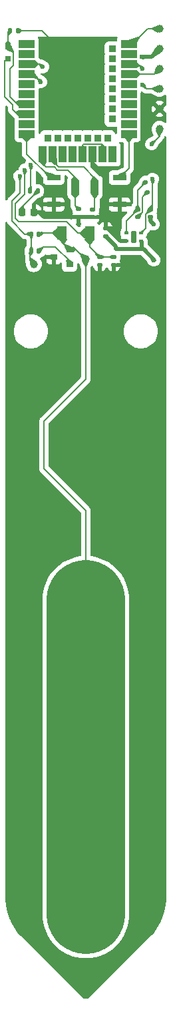
<source format=gbr>
G04 #@! TF.GenerationSoftware,KiCad,Pcbnew,7.99.0-1092-g932f171e96*
G04 #@! TF.CreationDate,2023-05-12T00:04:04+02:00*
G04 #@! TF.ProjectId,parasite,70617261-7369-4746-952e-6b696361645f,2.0.0*
G04 #@! TF.SameCoordinates,Original*
G04 #@! TF.FileFunction,Copper,L1,Top*
G04 #@! TF.FilePolarity,Positive*
%FSLAX46Y46*%
G04 Gerber Fmt 4.6, Leading zero omitted, Abs format (unit mm)*
G04 Created by KiCad (PCBNEW 7.99.0-1092-g932f171e96) date 2023-05-12 00:04:04*
%MOMM*%
%LPD*%
G01*
G04 APERTURE LIST*
G04 Aperture macros list*
%AMRoundRect*
0 Rectangle with rounded corners*
0 $1 Rounding radius*
0 $2 $3 $4 $5 $6 $7 $8 $9 X,Y pos of 4 corners*
0 Add a 4 corners polygon primitive as box body*
4,1,4,$2,$3,$4,$5,$6,$7,$8,$9,$2,$3,0*
0 Add four circle primitives for the rounded corners*
1,1,$1+$1,$2,$3*
1,1,$1+$1,$4,$5*
1,1,$1+$1,$6,$7*
1,1,$1+$1,$8,$9*
0 Add four rect primitives between the rounded corners*
20,1,$1+$1,$2,$3,$4,$5,0*
20,1,$1+$1,$4,$5,$6,$7,0*
20,1,$1+$1,$6,$7,$8,$9,0*
20,1,$1+$1,$8,$9,$2,$3,0*%
G04 Aperture macros list end*
G04 #@! TA.AperFunction,SMDPad,CuDef*
%ADD10RoundRect,0.147500X-0.172500X0.147500X-0.172500X-0.147500X0.172500X-0.147500X0.172500X0.147500X0*%
G04 #@! TD*
G04 #@! TA.AperFunction,SMDPad,CuDef*
%ADD11RoundRect,0.147500X0.147500X0.172500X-0.147500X0.172500X-0.147500X-0.172500X0.147500X-0.172500X0*%
G04 #@! TD*
G04 #@! TA.AperFunction,SMDPad,CuDef*
%ADD12R,0.900000X0.800000*%
G04 #@! TD*
G04 #@! TA.AperFunction,SMDPad,CuDef*
%ADD13RoundRect,0.147500X-0.147500X-0.172500X0.147500X-0.172500X0.147500X0.172500X-0.147500X0.172500X0*%
G04 #@! TD*
G04 #@! TA.AperFunction,SMDPad,CuDef*
%ADD14C,1.000000*%
G04 #@! TD*
G04 #@! TA.AperFunction,SMDPad,CuDef*
%ADD15RoundRect,0.147500X0.172500X-0.147500X0.172500X0.147500X-0.172500X0.147500X-0.172500X-0.147500X0*%
G04 #@! TD*
G04 #@! TA.AperFunction,SMDPad,CuDef*
%ADD16R,1.000000X1.800000*%
G04 #@! TD*
G04 #@! TA.AperFunction,SMDPad,CuDef*
%ADD17RoundRect,0.218750X0.218750X0.256250X-0.218750X0.256250X-0.218750X-0.256250X0.218750X-0.256250X0*%
G04 #@! TD*
G04 #@! TA.AperFunction,SMDPad,CuDef*
%ADD18RoundRect,0.087500X0.187500X0.087500X-0.187500X0.087500X-0.187500X-0.087500X0.187500X-0.087500X0*%
G04 #@! TD*
G04 #@! TA.AperFunction,SMDPad,CuDef*
%ADD19RoundRect,0.175000X0.175000X0.625000X-0.175000X0.625000X-0.175000X-0.625000X0.175000X-0.625000X0*%
G04 #@! TD*
G04 #@! TA.AperFunction,SMDPad,CuDef*
%ADD20R,1.300000X1.700000*%
G04 #@! TD*
G04 #@! TA.AperFunction,SMDPad,CuDef*
%ADD21R,2.000000X1.000000*%
G04 #@! TD*
G04 #@! TA.AperFunction,SMDPad,CuDef*
%ADD22R,1.000000X2.000000*%
G04 #@! TD*
G04 #@! TA.AperFunction,SMDPad,CuDef*
%ADD23R,0.900000X0.900000*%
G04 #@! TD*
G04 #@! TA.AperFunction,SMDPad,CuDef*
%ADD24R,0.800000X0.800000*%
G04 #@! TD*
G04 #@! TA.AperFunction,SMDPad,CuDef*
%ADD25R,1.700000X0.800000*%
G04 #@! TD*
G04 #@! TA.AperFunction,ViaPad*
%ADD26C,0.800000*%
G04 #@! TD*
G04 #@! TA.AperFunction,ViaPad*
%ADD27C,0.600000*%
G04 #@! TD*
G04 #@! TA.AperFunction,Conductor*
%ADD28C,0.500000*%
G04 #@! TD*
G04 #@! TA.AperFunction,Conductor*
%ADD29C,0.200000*%
G04 #@! TD*
G04 #@! TA.AperFunction,Conductor*
%ADD30C,10.000000*%
G04 #@! TD*
G04 APERTURE END LIST*
D10*
X69762000Y-58584000D03*
X69762000Y-59554000D03*
X71540000Y-58584000D03*
X71540000Y-59554000D03*
D11*
X62015000Y-57822000D03*
X61045000Y-57822000D03*
D12*
X65936000Y-59518000D03*
X65936000Y-57618000D03*
X63936000Y-58568000D03*
D13*
X61045000Y-55663000D03*
X62015000Y-55663000D03*
D14*
X77382000Y-34708000D03*
X77382000Y-37248000D03*
X67984000Y-58838000D03*
X61380000Y-59473000D03*
D11*
X61865000Y-50202000D03*
X60895000Y-50202000D03*
D15*
X70524000Y-55917000D03*
X70524000Y-54947000D03*
D16*
X69138500Y-49694000D03*
X66638500Y-49694000D03*
D17*
X61405500Y-52869000D03*
X59830500Y-52869000D03*
D10*
X68884500Y-52534000D03*
X68884500Y-53504000D03*
D15*
X67106500Y-53481000D03*
X67106500Y-52511000D03*
D10*
X74588000Y-52534000D03*
X74588000Y-53504000D03*
D15*
X76239000Y-53504000D03*
X76239000Y-52534000D03*
D18*
X75005000Y-56544000D03*
X75005000Y-55544000D03*
X73155000Y-55544000D03*
X73155000Y-56544000D03*
D19*
X74080000Y-56044000D03*
D20*
X68492000Y-55536000D03*
X64992000Y-55536000D03*
D14*
X77382000Y-42328000D03*
D21*
X60468000Y-31542550D03*
X60468000Y-32812550D03*
X60468000Y-34082550D03*
X60468000Y-35352550D03*
X60468000Y-36622550D03*
X60468000Y-37892550D03*
X60468000Y-39162550D03*
X60468000Y-40432550D03*
X60468000Y-41702550D03*
X60468000Y-42972550D03*
D22*
X62528000Y-45572550D03*
D23*
X63158000Y-43472550D03*
D22*
X63798000Y-45572550D03*
D23*
X64428000Y-43472550D03*
D22*
X65068000Y-45572550D03*
D23*
X65698000Y-43472550D03*
D22*
X66338000Y-45572550D03*
D23*
X66968000Y-43472550D03*
D22*
X67608000Y-45572550D03*
D23*
X68238000Y-43472550D03*
D22*
X68878000Y-45572550D03*
D23*
X69508000Y-43472550D03*
D22*
X70148000Y-45572550D03*
D23*
X70778000Y-43472550D03*
D22*
X71418000Y-45572550D03*
D21*
X73468000Y-42972550D03*
X73468000Y-41702550D03*
D23*
X71368000Y-41067550D03*
D21*
X73468000Y-40432550D03*
D23*
X71368000Y-39797550D03*
D21*
X73468000Y-39162550D03*
D23*
X71368000Y-38527550D03*
D21*
X73468000Y-37892550D03*
D23*
X71368000Y-37257550D03*
D21*
X73468000Y-36622550D03*
D23*
X71368000Y-35987550D03*
D21*
X73468000Y-35352550D03*
D23*
X71368000Y-34717550D03*
D21*
X73468000Y-34082550D03*
D23*
X71368000Y-33447550D03*
D21*
X73468000Y-32812550D03*
D23*
X71368000Y-32177550D03*
D21*
X73468000Y-31542550D03*
D11*
X59325000Y-29882000D03*
X58355000Y-29882000D03*
D24*
X58078000Y-33426000D03*
X58078000Y-31926000D03*
D14*
X77382000Y-32168000D03*
D25*
X72302000Y-48502000D03*
X72302000Y-51902000D03*
X63920000Y-48502000D03*
X63920000Y-51902000D03*
D14*
X77382000Y-29628000D03*
X77362000Y-39788000D03*
D26*
X58330000Y-43330000D03*
X58330000Y-42280000D03*
X58330000Y-41280000D03*
D27*
X60999000Y-36613000D03*
X74969000Y-63918000D03*
X75731000Y-63918000D03*
X60618000Y-64172000D03*
X77255000Y-63918000D03*
X64682000Y-32168000D03*
X62269000Y-51472000D03*
X70397000Y-51726000D03*
X59983000Y-36613000D03*
X69254000Y-38899000D03*
X76493000Y-63918000D03*
X59856000Y-64172000D03*
X70397000Y-48678000D03*
X61380000Y-64172000D03*
X67857000Y-32168000D03*
X68873000Y-32168000D03*
X66714000Y-32168000D03*
X70397000Y-50202000D03*
X65698000Y-32168000D03*
X69254000Y-37375000D03*
X62142000Y-64172000D03*
X70397000Y-49440000D03*
X69762000Y-32168000D03*
X70397000Y-50964000D03*
X69254000Y-38137000D03*
X60237000Y-47535000D03*
X62523000Y-34454000D03*
X67603000Y-45630000D03*
X75096000Y-33184000D03*
X67603000Y-44995000D03*
X75858000Y-50329000D03*
X76620000Y-58965000D03*
X70148000Y-44995000D03*
X70143000Y-45630000D03*
X76620000Y-54393000D03*
X65063000Y-45630000D03*
X59602000Y-48297000D03*
X60999000Y-46900000D03*
X62269000Y-36359000D03*
X75604000Y-49059000D03*
X73468000Y-36622550D03*
X73468000Y-37892550D03*
X76493000Y-48678000D03*
X73468000Y-42972550D03*
X76366000Y-44233000D03*
X75223000Y-36740000D03*
X75223000Y-34708000D03*
D28*
X70397000Y-48220572D02*
X70397000Y-48678000D01*
X73155000Y-56544000D02*
X72421000Y-56544000D01*
X63920000Y-51902000D02*
X63920000Y-53481000D01*
X62673000Y-53481000D02*
X63920000Y-53481000D01*
X67106500Y-53481000D02*
X68861500Y-53481000D01*
X72421000Y-56544000D02*
X70905000Y-55028000D01*
X62061000Y-52869000D02*
X61405500Y-52869000D01*
X68878000Y-45572550D02*
X68878000Y-46701572D01*
X63920000Y-53481000D02*
X67106500Y-53481000D01*
X62673000Y-53481000D02*
X62061000Y-52869000D01*
X68878000Y-46701572D02*
X70397000Y-48220572D01*
D29*
X59325000Y-29882000D02*
X62396000Y-29882000D01*
X62396000Y-29882000D02*
X64682000Y-32168000D01*
X68492000Y-57314000D02*
X69762000Y-58584000D01*
X60202000Y-47570000D02*
X60237000Y-47535000D01*
X68492000Y-55536000D02*
X66968000Y-55536000D01*
X65530520Y-54098520D02*
X59434520Y-54098520D01*
X68492000Y-55536000D02*
X68492000Y-57314000D01*
X58986000Y-53650000D02*
X58986000Y-51834000D01*
X58986000Y-51834000D02*
X60202000Y-50618000D01*
X60237000Y-47535000D02*
X60364000Y-47662000D01*
X66968000Y-55536000D02*
X65530520Y-54098520D01*
X62151550Y-34082550D02*
X60468000Y-34082550D01*
X60202000Y-50618000D02*
X60202000Y-47570000D01*
X69762000Y-58584000D02*
X71286000Y-58584000D01*
X59434520Y-54098520D02*
X58986000Y-53650000D01*
X62523000Y-34454000D02*
X62151550Y-34082550D01*
X65698000Y-47554000D02*
X66638500Y-48494500D01*
X63983764Y-47154000D02*
X64383765Y-47554000D01*
X64383765Y-47554000D02*
X65698000Y-47554000D01*
X62528000Y-46772550D02*
X62909450Y-47154000D01*
X62528000Y-45572550D02*
X62528000Y-46772550D01*
X66638500Y-52043000D02*
X67106500Y-52511000D01*
X66638500Y-48494500D02*
X66638500Y-49694000D01*
X66638500Y-49694000D02*
X66638500Y-52043000D01*
X62909450Y-47154000D02*
X63983764Y-47154000D01*
X64549450Y-47154000D02*
X67709685Y-47154000D01*
X63798000Y-45572550D02*
X63798000Y-46402550D01*
X69138500Y-49694000D02*
X69138500Y-52280000D01*
X69138500Y-48582815D02*
X69138500Y-49694000D01*
X68884500Y-52534000D02*
X69138500Y-52280000D01*
X67709685Y-47154000D02*
X69138500Y-48582815D01*
X63798000Y-46402550D02*
X64549450Y-47154000D01*
X59830500Y-52869000D02*
X59830500Y-52236500D01*
X59830500Y-52236500D02*
X61865000Y-50202000D01*
D28*
X75350000Y-57568000D02*
X75096000Y-57568000D01*
D29*
X74588000Y-53504000D02*
X75207520Y-52884480D01*
D28*
X71794000Y-57187000D02*
X71794000Y-57568000D01*
X71794000Y-57568000D02*
X74239204Y-57568000D01*
X75096000Y-57568000D02*
X75096000Y-56635000D01*
D29*
X67603000Y-44377550D02*
X67603000Y-44995000D01*
X70148000Y-44372550D02*
X70048489Y-44273039D01*
X70148000Y-45572550D02*
X70148000Y-44372550D01*
D28*
X76239000Y-54012000D02*
X76620000Y-54393000D01*
D29*
X75207520Y-52884480D02*
X75207520Y-50979480D01*
D28*
X76747000Y-58965000D02*
X75350000Y-57568000D01*
X76366000Y-33184000D02*
X77382000Y-32168000D01*
X75096000Y-57568000D02*
X74239204Y-57568000D01*
X70524000Y-55917000D02*
X71794000Y-57187000D01*
D29*
X70048489Y-44273039D02*
X67707511Y-44273039D01*
X75207520Y-50979480D02*
X75858000Y-50329000D01*
X67707511Y-44273039D02*
X67603000Y-44377550D01*
D28*
X76239000Y-53504000D02*
X76239000Y-54012000D01*
X76620000Y-58965000D02*
X76747000Y-58965000D01*
X75096000Y-33184000D02*
X76366000Y-33184000D01*
D29*
X64992000Y-56674000D02*
X65936000Y-57618000D01*
X62650000Y-85381000D02*
X67984000Y-90715000D01*
X67984000Y-101984000D02*
X68000000Y-102000000D01*
D30*
X68000000Y-102000000D02*
X68000000Y-142000000D01*
D29*
X67984000Y-58838000D02*
X67984000Y-74078000D01*
X62015000Y-55663000D02*
X62142000Y-55536000D01*
X67984000Y-90715000D02*
X67984000Y-101984000D01*
X62142000Y-55536000D02*
X64992000Y-55536000D01*
X64992000Y-55536000D02*
X64992000Y-56674000D01*
X62650000Y-79412000D02*
X62650000Y-85381000D01*
X66764000Y-57618000D02*
X67984000Y-58838000D01*
X67984000Y-74078000D02*
X62650000Y-79412000D01*
X65936000Y-57618000D02*
X66764000Y-57618000D01*
X64174000Y-57356000D02*
X64174000Y-57314000D01*
X62523000Y-57314000D02*
X62015000Y-57822000D01*
X65936000Y-59518000D02*
X65936000Y-59118000D01*
X65936000Y-59118000D02*
X64174000Y-57356000D01*
X64174000Y-57314000D02*
X62523000Y-57314000D01*
X58677511Y-39244511D02*
X57951000Y-38518000D01*
X57697000Y-38264000D02*
X57697000Y-33565000D01*
X59268000Y-40432550D02*
X58677511Y-39842061D01*
X58677511Y-39842061D02*
X58677511Y-39244511D01*
X60468000Y-40432550D02*
X59268000Y-40432550D01*
X57951000Y-38518000D02*
X57697000Y-38264000D01*
X58078000Y-31926000D02*
X58078000Y-30159000D01*
X58332000Y-34708000D02*
X58777511Y-34262489D01*
X58777511Y-34262489D02*
X58777511Y-32625511D01*
X58777511Y-32625511D02*
X58078000Y-31926000D01*
X60468000Y-39162550D02*
X59268000Y-39162550D01*
X58332000Y-38226550D02*
X58332000Y-34708000D01*
X59268000Y-39162550D02*
X58332000Y-38226550D01*
X58078000Y-30159000D02*
X58355000Y-29882000D01*
X59729000Y-48424000D02*
X59602000Y-48297000D01*
X61380000Y-59473000D02*
X60872000Y-58965000D01*
X59602000Y-50456000D02*
X59602000Y-48297000D01*
X61045000Y-57822000D02*
X61045000Y-55663000D01*
X58586000Y-54012000D02*
X58586000Y-51472000D01*
X61045000Y-55663000D02*
X60237000Y-55663000D01*
X58586000Y-51472000D02*
X59602000Y-50456000D01*
X60872000Y-58965000D02*
X60872000Y-57995000D01*
X60237000Y-55663000D02*
X58586000Y-54012000D01*
X60872000Y-57995000D02*
X61045000Y-57822000D01*
X61262550Y-35352550D02*
X62269000Y-36359000D01*
X61022000Y-46923000D02*
X60999000Y-46900000D01*
X60999000Y-46900000D02*
X60999000Y-50098000D01*
X60999000Y-50098000D02*
X60895000Y-50202000D01*
X60468000Y-35352550D02*
X61262550Y-35352550D01*
X73155000Y-53967000D02*
X73155000Y-55544000D01*
X74588000Y-50075000D02*
X75604000Y-49059000D01*
X74588000Y-52534000D02*
X74588000Y-50075000D01*
X74588000Y-52534000D02*
X73155000Y-53967000D01*
X76239000Y-52534000D02*
X76493000Y-52280000D01*
X75619480Y-53153520D02*
X75619480Y-54929520D01*
X76239000Y-52534000D02*
X75619480Y-53153520D01*
X75619480Y-54929520D02*
X75005000Y-55544000D01*
X76493000Y-52280000D02*
X76493000Y-48678000D01*
X77382000Y-42328000D02*
X77382000Y-43217000D01*
X77382000Y-43217000D02*
X76366000Y-44233000D01*
X73468000Y-47336000D02*
X72302000Y-48502000D01*
X73468000Y-42972550D02*
X73468000Y-47336000D01*
X63470000Y-48502000D02*
X60468000Y-45500000D01*
X63920000Y-48502000D02*
X63470000Y-48502000D01*
X60468000Y-45500000D02*
X60468000Y-42972550D01*
X76737450Y-35352550D02*
X73468000Y-35352550D01*
X77382000Y-34708000D02*
X76737450Y-35352550D01*
X74597550Y-34082550D02*
X73468000Y-34082550D01*
X75223000Y-34708000D02*
X74597550Y-34082550D01*
X75731000Y-37248000D02*
X75223000Y-36740000D01*
X77382000Y-37248000D02*
X75731000Y-37248000D01*
X73943450Y-31542550D02*
X75858000Y-29628000D01*
X73468000Y-31542550D02*
X73943450Y-31542550D01*
X75858000Y-29628000D02*
X77382000Y-29628000D01*
G04 #@! TA.AperFunction,Conductor*
G36*
X75155629Y-37605535D02*
G01*
X75256803Y-37652586D01*
X75292762Y-37677736D01*
X75297012Y-37681986D01*
X75297013Y-37681987D01*
X75327926Y-37705708D01*
X75327942Y-37705721D01*
X75346273Y-37719786D01*
X75376749Y-37743171D01*
X75424125Y-37779524D01*
X75572150Y-37840838D01*
X75691115Y-37856500D01*
X75691122Y-37856500D01*
X75731000Y-37861750D01*
X75731000Y-37861749D01*
X75731001Y-37861750D01*
X75766781Y-37857040D01*
X75775012Y-37856500D01*
X76234244Y-37856500D01*
X76285718Y-37867494D01*
X76973161Y-38175180D01*
X76976689Y-38176701D01*
X76976691Y-38176702D01*
X76978689Y-38177425D01*
X76991262Y-38183025D01*
X76994194Y-38184240D01*
X76994196Y-38184241D01*
X77013187Y-38190002D01*
X77016272Y-38191027D01*
X77034372Y-38197578D01*
X77034377Y-38197578D01*
X77034378Y-38197579D01*
X77040139Y-38199025D01*
X77050721Y-38201386D01*
X77184299Y-38241908D01*
X77184300Y-38241908D01*
X77184303Y-38241909D01*
X77381997Y-38261380D01*
X77382000Y-38261380D01*
X77382003Y-38261380D01*
X77579694Y-38241909D01*
X77579695Y-38241908D01*
X77579701Y-38241908D01*
X77769804Y-38184241D01*
X77945004Y-38090595D01*
X78043567Y-38009706D01*
X78108912Y-37981953D01*
X78178890Y-37993934D01*
X78231282Y-38041847D01*
X78249499Y-38107106D01*
X78249499Y-39207519D01*
X78229497Y-39275640D01*
X78212595Y-39296614D01*
X77721210Y-39787999D01*
X77721210Y-39788001D01*
X78212594Y-40279385D01*
X78246620Y-40341697D01*
X78249499Y-40368480D01*
X78249499Y-41468893D01*
X78229497Y-41537014D01*
X78175841Y-41583507D01*
X78105567Y-41593611D01*
X78043565Y-41566292D01*
X77945004Y-41485405D01*
X77769804Y-41391759D01*
X77579694Y-41334090D01*
X77382003Y-41314620D01*
X77381997Y-41314620D01*
X77184305Y-41334090D01*
X76994195Y-41391759D01*
X76818995Y-41485405D01*
X76665432Y-41611432D01*
X76539405Y-41764995D01*
X76445759Y-41940195D01*
X76388090Y-42130305D01*
X76368620Y-42327996D01*
X76368620Y-42328003D01*
X76388090Y-42525694D01*
X76445758Y-42715802D01*
X76446401Y-42717005D01*
X76453406Y-42734380D01*
X76453956Y-42734182D01*
X76455479Y-42738411D01*
X76587708Y-43036673D01*
X76597031Y-43107055D01*
X76566822Y-43171304D01*
X76561615Y-43176834D01*
X76449650Y-43288799D01*
X76413687Y-43313953D01*
X76044794Y-43485508D01*
X76044789Y-43485511D01*
X76028942Y-43493711D01*
X76020793Y-43497224D01*
X76014227Y-43499522D01*
X76012982Y-43499958D01*
X76012981Y-43499958D01*
X75858720Y-43596887D01*
X75858718Y-43596888D01*
X75729888Y-43725718D01*
X75729887Y-43725720D01*
X75632958Y-43879981D01*
X75632957Y-43879984D01*
X75581046Y-44028339D01*
X75572783Y-44051953D01*
X75552384Y-44233000D01*
X75572783Y-44414047D01*
X75572783Y-44414049D01*
X75572784Y-44414050D01*
X75632957Y-44586015D01*
X75632958Y-44586018D01*
X75729887Y-44740279D01*
X75729888Y-44740281D01*
X75858718Y-44869111D01*
X75858720Y-44869112D01*
X76012981Y-44966041D01*
X76012982Y-44966041D01*
X76012985Y-44966043D01*
X76184953Y-45026217D01*
X76366000Y-45046616D01*
X76547047Y-45026217D01*
X76719015Y-44966043D01*
X76873281Y-44869111D01*
X77002111Y-44740281D01*
X77099043Y-44586015D01*
X77101289Y-44579593D01*
X77111736Y-44558372D01*
X77111308Y-44558134D01*
X77113484Y-44554212D01*
X77113490Y-44554203D01*
X77285040Y-44185315D01*
X77310192Y-44149355D01*
X77732260Y-43727287D01*
X77734973Y-43724733D01*
X77742439Y-43718117D01*
X77743014Y-43717358D01*
X77748636Y-43710911D01*
X77781160Y-43678387D01*
X77787341Y-43672966D01*
X77815987Y-43650987D01*
X77834163Y-43627298D01*
X77834170Y-43627291D01*
X77840477Y-43619072D01*
X77913524Y-43523876D01*
X77974838Y-43375851D01*
X77977554Y-43355213D01*
X77992288Y-43310543D01*
X78013312Y-43272639D01*
X78063844Y-43222771D01*
X78133317Y-43208139D01*
X78199671Y-43233389D01*
X78241841Y-43290505D01*
X78249497Y-43333756D01*
X78249491Y-139617528D01*
X78249225Y-139623309D01*
X78248541Y-139630732D01*
X78249491Y-139704811D01*
X78249491Y-139711771D01*
X78249476Y-139713145D01*
X78238953Y-140195514D01*
X78238707Y-140199871D01*
X78194703Y-140681707D01*
X78194156Y-140686036D01*
X78116916Y-141163658D01*
X78116070Y-141167939D01*
X78005957Y-141639086D01*
X78004817Y-141643298D01*
X77862365Y-142105686D01*
X77860936Y-142109809D01*
X77686824Y-142561234D01*
X77685113Y-142565248D01*
X77480180Y-143003535D01*
X77478196Y-143007421D01*
X77243421Y-143430474D01*
X77241173Y-143434214D01*
X76977680Y-143840011D01*
X76975179Y-143843587D01*
X76684237Y-144230173D01*
X76681493Y-144233567D01*
X76369445Y-144593383D01*
X76366327Y-144596724D01*
X68528322Y-152410487D01*
X68526519Y-152412110D01*
X68471825Y-152466804D01*
X68466553Y-152471515D01*
X68364215Y-152553126D01*
X68340326Y-152568136D01*
X68232000Y-152620304D01*
X68205368Y-152629623D01*
X68088152Y-152656377D01*
X68060114Y-152659536D01*
X67939886Y-152659536D01*
X67911848Y-152656377D01*
X67794631Y-152629623D01*
X67767999Y-152620304D01*
X67659673Y-152568136D01*
X67635787Y-152553128D01*
X67533443Y-152471513D01*
X67528174Y-152466803D01*
X67473484Y-152412113D01*
X67471667Y-152410479D01*
X59633693Y-144596761D01*
X59630575Y-144593420D01*
X59318492Y-144233563D01*
X59315749Y-144230169D01*
X59024798Y-143843572D01*
X59022325Y-143840038D01*
X58758820Y-143434219D01*
X58756572Y-143430479D01*
X58729912Y-143382440D01*
X58521780Y-143007396D01*
X58519826Y-143003567D01*
X58314877Y-142565248D01*
X58313169Y-142561240D01*
X58277050Y-142467594D01*
X58139057Y-142109815D01*
X58137628Y-142105692D01*
X58137626Y-142105686D01*
X57995170Y-141643289D01*
X57994039Y-141639107D01*
X57883920Y-141167939D01*
X57883080Y-141163689D01*
X57839513Y-140894293D01*
X57805835Y-140686039D01*
X57805288Y-140681710D01*
X57761284Y-140199878D01*
X57761038Y-140195521D01*
X57755941Y-139961893D01*
X57750515Y-139713145D01*
X57750500Y-139711777D01*
X57750500Y-139704818D01*
X57750764Y-139684215D01*
X57751451Y-139630747D01*
X57751449Y-139630737D01*
X57750766Y-139623328D01*
X57750500Y-139617539D01*
X57750500Y-68000004D01*
X58830228Y-68000004D01*
X58850435Y-68295437D01*
X58850436Y-68295443D01*
X58850437Y-68295451D01*
X58853137Y-68308443D01*
X58910687Y-68585390D01*
X58910689Y-68585397D01*
X59009861Y-68864440D01*
X59146105Y-69127379D01*
X59316883Y-69369317D01*
X59519015Y-69585747D01*
X59748735Y-69772638D01*
X60001764Y-69926508D01*
X60273388Y-70044491D01*
X60558547Y-70124389D01*
X60661044Y-70138477D01*
X60851919Y-70164713D01*
X60851930Y-70164714D01*
X61148070Y-70164714D01*
X61148080Y-70164713D01*
X61287706Y-70145521D01*
X61441453Y-70124389D01*
X61726612Y-70044491D01*
X61998236Y-69926508D01*
X62251265Y-69772638D01*
X62480985Y-69585747D01*
X62683117Y-69369317D01*
X62853895Y-69127379D01*
X62990139Y-68864440D01*
X63089311Y-68585397D01*
X63149563Y-68295451D01*
X63149564Y-68295437D01*
X63169772Y-68000004D01*
X63169772Y-67999995D01*
X63149564Y-67704562D01*
X63149563Y-67704556D01*
X63149563Y-67704549D01*
X63089311Y-67414603D01*
X62990139Y-67135560D01*
X62853895Y-66872621D01*
X62683117Y-66630683D01*
X62480985Y-66414253D01*
X62251265Y-66227362D01*
X61998236Y-66073492D01*
X61998237Y-66073492D01*
X61998233Y-66073490D01*
X61726615Y-65955510D01*
X61726613Y-65955509D01*
X61726612Y-65955509D01*
X61584032Y-65915559D01*
X61441450Y-65875610D01*
X61148080Y-65835286D01*
X61148070Y-65835286D01*
X60851930Y-65835286D01*
X60851919Y-65835286D01*
X60558549Y-65875610D01*
X60273384Y-65955510D01*
X60001766Y-66073490D01*
X59748732Y-66227364D01*
X59519012Y-66414255D01*
X59316880Y-66630686D01*
X59146110Y-66872613D01*
X59146105Y-66872621D01*
X59009861Y-67135559D01*
X58910689Y-67414601D01*
X58910687Y-67414609D01*
X58850436Y-67704556D01*
X58850435Y-67704562D01*
X58830228Y-67999995D01*
X58830228Y-68000004D01*
X57750500Y-68000004D01*
X57750500Y-54218457D01*
X57770502Y-54150336D01*
X57824158Y-54103843D01*
X57894432Y-54093739D01*
X57959012Y-54123233D01*
X57992909Y-54170239D01*
X57993161Y-54170849D01*
X57993162Y-54170851D01*
X58029397Y-54258330D01*
X58052399Y-54313863D01*
X58054476Y-54318876D01*
X58127523Y-54414072D01*
X58127525Y-54414074D01*
X58151378Y-54445160D01*
X58152014Y-54445988D01*
X58180651Y-54467962D01*
X58186844Y-54473393D01*
X59775605Y-56062154D01*
X59781037Y-56068348D01*
X59803012Y-56096986D01*
X59832836Y-56119871D01*
X59832873Y-56119901D01*
X59910282Y-56179299D01*
X59930124Y-56194524D01*
X60078149Y-56255838D01*
X60154426Y-56265880D01*
X60236999Y-56276751D01*
X60237000Y-56276751D01*
X60237001Y-56276751D01*
X60272789Y-56272040D01*
X60281020Y-56271500D01*
X60285684Y-56271500D01*
X60345000Y-56286335D01*
X60355645Y-56292015D01*
X60406329Y-56341731D01*
X60410095Y-56349020D01*
X60424266Y-56378787D01*
X60436500Y-56432947D01*
X60436500Y-57052050D01*
X60424268Y-57106206D01*
X60301536Y-57364032D01*
X60299949Y-57368057D01*
X60299391Y-57367836D01*
X60291165Y-57386058D01*
X60290668Y-57386897D01*
X60290668Y-57386898D01*
X60244428Y-57546056D01*
X60244426Y-57546070D01*
X60241500Y-57583244D01*
X60241500Y-57981391D01*
X60241230Y-57987216D01*
X60237503Y-58027370D01*
X60258589Y-58446610D01*
X60258590Y-58446624D01*
X60262952Y-58494291D01*
X60262475Y-58494334D01*
X60263499Y-58505902D01*
X60263499Y-58920984D01*
X60262960Y-58929214D01*
X60258250Y-58964999D01*
X60263643Y-59005974D01*
X60267557Y-59035701D01*
X60270004Y-59054285D01*
X60279162Y-59123851D01*
X60279163Y-59123853D01*
X60324892Y-59234255D01*
X60333321Y-59265396D01*
X60357932Y-59445325D01*
X60369860Y-59532524D01*
X60372875Y-59551817D01*
X60374413Y-59558219D01*
X60375855Y-59566773D01*
X60386090Y-59670694D01*
X60386091Y-59670700D01*
X60386092Y-59670701D01*
X60443759Y-59860804D01*
X60537405Y-60036004D01*
X60663432Y-60189568D01*
X60816996Y-60315595D01*
X60992196Y-60409241D01*
X61182299Y-60466908D01*
X61182303Y-60466908D01*
X61182305Y-60466909D01*
X61379997Y-60486380D01*
X61380000Y-60486380D01*
X61380003Y-60486380D01*
X61577694Y-60466909D01*
X61577695Y-60466908D01*
X61577701Y-60466908D01*
X61767804Y-60409241D01*
X61943004Y-60315595D01*
X62096568Y-60189568D01*
X62222595Y-60036004D01*
X62316241Y-59860804D01*
X62373908Y-59670701D01*
X62375075Y-59658858D01*
X62393380Y-59473003D01*
X62393380Y-59472996D01*
X62373909Y-59275305D01*
X62373908Y-59275303D01*
X62373908Y-59275299D01*
X62316241Y-59085196D01*
X62222595Y-58909996D01*
X62176068Y-58853302D01*
X62162773Y-58822000D01*
X62978000Y-58822000D01*
X62978000Y-59016597D01*
X62984505Y-59077093D01*
X63035555Y-59213964D01*
X63035555Y-59213965D01*
X63123095Y-59330904D01*
X63240034Y-59418444D01*
X63376906Y-59469494D01*
X63437402Y-59475999D01*
X63437415Y-59476000D01*
X63682000Y-59476000D01*
X63682000Y-58822000D01*
X62978000Y-58822000D01*
X62162773Y-58822000D01*
X62148314Y-58787958D01*
X62160295Y-58717979D01*
X62208207Y-58665587D01*
X62259652Y-58649024D01*
X62259599Y-58648731D01*
X62261826Y-58648324D01*
X62263584Y-58647758D01*
X62265937Y-58647573D01*
X62425100Y-58601332D01*
X62425102Y-58601330D01*
X62425104Y-58601330D01*
X62551635Y-58526500D01*
X62567763Y-58516962D01*
X62684962Y-58399763D01*
X62743547Y-58300699D01*
X62795439Y-58252248D01*
X62865290Y-58239543D01*
X62930921Y-58266618D01*
X62939399Y-58278791D01*
X62941095Y-58277096D01*
X62977999Y-58314000D01*
X64064000Y-58314000D01*
X64132121Y-58334002D01*
X64178614Y-58387658D01*
X64190000Y-58440000D01*
X64190000Y-59476000D01*
X64434585Y-59476000D01*
X64434597Y-59475999D01*
X64495093Y-59469494D01*
X64631964Y-59418444D01*
X64631965Y-59418444D01*
X64748903Y-59330904D01*
X64750631Y-59328597D01*
X64752941Y-59326867D01*
X64755277Y-59324532D01*
X64755612Y-59324867D01*
X64807467Y-59286050D01*
X64878283Y-59280984D01*
X64940595Y-59315009D01*
X64974620Y-59377321D01*
X64977500Y-59404105D01*
X64977500Y-59966649D01*
X64984009Y-60027196D01*
X64984011Y-60027204D01*
X65035110Y-60164202D01*
X65035112Y-60164207D01*
X65122738Y-60281261D01*
X65239792Y-60368887D01*
X65239794Y-60368888D01*
X65239796Y-60368889D01*
X65298875Y-60390924D01*
X65376795Y-60419988D01*
X65376803Y-60419990D01*
X65437350Y-60426499D01*
X65437355Y-60426499D01*
X65437362Y-60426500D01*
X65437368Y-60426500D01*
X66434632Y-60426500D01*
X66434638Y-60426500D01*
X66434645Y-60426499D01*
X66434649Y-60426499D01*
X66495196Y-60419990D01*
X66495199Y-60419989D01*
X66495201Y-60419989D01*
X66632204Y-60368889D01*
X66649696Y-60355795D01*
X66749261Y-60281261D01*
X66836887Y-60164207D01*
X66836887Y-60164206D01*
X66836889Y-60164204D01*
X66887989Y-60027201D01*
X66894500Y-59966638D01*
X66894500Y-59474112D01*
X66914501Y-59405995D01*
X66968156Y-59359502D01*
X67038430Y-59349398D01*
X67103011Y-59378891D01*
X67135505Y-59422641D01*
X67196264Y-59558389D01*
X67354807Y-59912612D01*
X67364506Y-59934280D01*
X67375500Y-59985755D01*
X67375500Y-73773760D01*
X67355498Y-73841881D01*
X67338595Y-73862855D01*
X62250852Y-78950598D01*
X62244651Y-78956036D01*
X62216011Y-78978014D01*
X62190509Y-79011246D01*
X62190440Y-79011339D01*
X62118332Y-79105312D01*
X62117685Y-79107031D01*
X62057162Y-79253149D01*
X62057162Y-79253150D01*
X62041500Y-79372115D01*
X62041500Y-79372120D01*
X62041500Y-79372121D01*
X62036250Y-79411999D01*
X62036250Y-79412003D01*
X62040960Y-79447782D01*
X62041499Y-79456012D01*
X62041499Y-85336987D01*
X62040960Y-85345217D01*
X62036250Y-85381002D01*
X62041107Y-85417898D01*
X62041111Y-85417941D01*
X62054607Y-85520451D01*
X62057162Y-85539851D01*
X62118475Y-85687874D01*
X62118477Y-85687877D01*
X62191522Y-85783071D01*
X62191525Y-85783074D01*
X62216014Y-85814988D01*
X62244651Y-85836962D01*
X62250844Y-85842393D01*
X67338596Y-90930145D01*
X67372621Y-90992455D01*
X67375500Y-91019238D01*
X67375500Y-96411955D01*
X67355498Y-96480076D01*
X67301842Y-96526569D01*
X67270794Y-96536143D01*
X66838432Y-96610278D01*
X66838421Y-96610281D01*
X66385529Y-96728205D01*
X66385516Y-96728209D01*
X65944277Y-96884110D01*
X65944261Y-96884117D01*
X65517815Y-97076882D01*
X65109249Y-97305121D01*
X65109244Y-97305123D01*
X64721518Y-97567181D01*
X64721512Y-97567185D01*
X64721509Y-97567188D01*
X64596465Y-97668153D01*
X64357390Y-97861192D01*
X64019526Y-98185008D01*
X63710329Y-98536324D01*
X63432036Y-98912600D01*
X63186668Y-99311105D01*
X63186667Y-99311107D01*
X62975970Y-99728998D01*
X62975964Y-99729010D01*
X62801474Y-100163246D01*
X62801473Y-100163249D01*
X62664435Y-100610726D01*
X62565836Y-101068223D01*
X62565836Y-101068224D01*
X62506396Y-101532405D01*
X62506392Y-101532450D01*
X62491500Y-101883041D01*
X62491500Y-142116958D01*
X62506392Y-142467549D01*
X62506396Y-142467594D01*
X62565836Y-142931775D01*
X62565836Y-142931776D01*
X62664435Y-143389273D01*
X62801473Y-143836750D01*
X62801474Y-143836753D01*
X62975964Y-144270989D01*
X62975968Y-144270998D01*
X62975971Y-144271004D01*
X63186665Y-144688890D01*
X63309351Y-144888146D01*
X63432036Y-145087399D01*
X63432039Y-145087403D01*
X63710325Y-145463671D01*
X64019518Y-145814983D01*
X64357391Y-146138808D01*
X64721509Y-146432812D01*
X64721518Y-146432818D01*
X65109244Y-146694876D01*
X65109245Y-146694876D01*
X65109249Y-146694879D01*
X65517816Y-146923118D01*
X65944268Y-147115886D01*
X66109741Y-147174351D01*
X66385516Y-147271790D01*
X66385522Y-147271792D01*
X66385531Y-147271795D01*
X66838427Y-147389720D01*
X66838430Y-147389720D01*
X66838432Y-147389721D01*
X66906191Y-147401339D01*
X67299691Y-147468811D01*
X67717382Y-147504361D01*
X67765989Y-147508499D01*
X67765991Y-147508499D01*
X67766002Y-147508500D01*
X67766012Y-147508500D01*
X68233988Y-147508500D01*
X68233998Y-147508500D01*
X68700309Y-147468811D01*
X69161573Y-147389720D01*
X69614469Y-147271795D01*
X70055732Y-147115886D01*
X70482184Y-146923118D01*
X70890751Y-146694879D01*
X71278491Y-146432812D01*
X71642609Y-146138808D01*
X71980482Y-145814983D01*
X72289675Y-145463671D01*
X72567961Y-145087403D01*
X72813335Y-144688890D01*
X73024029Y-144271004D01*
X73198525Y-143836756D01*
X73335565Y-143389273D01*
X73434162Y-142931781D01*
X73493606Y-142467575D01*
X73508500Y-142116953D01*
X73508500Y-101883047D01*
X73493606Y-101532425D01*
X73434162Y-101068219D01*
X73335565Y-100610727D01*
X73198525Y-100163244D01*
X73024029Y-99728996D01*
X72813335Y-99311110D01*
X72567961Y-98912597D01*
X72289675Y-98536329D01*
X71980482Y-98185017D01*
X71642609Y-97861192D01*
X71278491Y-97567188D01*
X71278481Y-97567181D01*
X70890755Y-97305123D01*
X70890752Y-97305121D01*
X70890751Y-97305121D01*
X70482184Y-97076882D01*
X70055732Y-96884114D01*
X70055727Y-96884112D01*
X70055722Y-96884110D01*
X69614483Y-96728209D01*
X69614470Y-96728205D01*
X69161578Y-96610281D01*
X69161567Y-96610278D01*
X68729201Y-96536143D01*
X68700309Y-96531189D01*
X68700307Y-96531188D01*
X68697672Y-96530737D01*
X68697888Y-96529472D01*
X68637401Y-96502920D01*
X68598141Y-96443766D01*
X68592500Y-96406489D01*
X68592500Y-90759011D01*
X68593040Y-90750779D01*
X68597750Y-90715000D01*
X68597750Y-90714999D01*
X68592500Y-90675121D01*
X68592500Y-90675120D01*
X68592500Y-90675115D01*
X68576838Y-90556150D01*
X68516312Y-90410027D01*
X68515664Y-90408307D01*
X68440583Y-90310459D01*
X68440556Y-90310425D01*
X68417988Y-90281013D01*
X68389346Y-90259035D01*
X68383153Y-90253604D01*
X63295405Y-85165856D01*
X63261379Y-85103544D01*
X63258500Y-85076761D01*
X63258500Y-79716238D01*
X63278502Y-79648117D01*
X63295400Y-79627148D01*
X68383160Y-74539387D01*
X68389341Y-74533966D01*
X68417987Y-74511987D01*
X68436163Y-74488298D01*
X68436170Y-74488291D01*
X68515519Y-74384882D01*
X68515524Y-74384876D01*
X68576838Y-74236851D01*
X68579391Y-74217456D01*
X68592500Y-74117885D01*
X68592500Y-74117879D01*
X68597750Y-74078000D01*
X68593040Y-74042219D01*
X68592500Y-74033988D01*
X68592500Y-68000004D01*
X72830228Y-68000004D01*
X72850435Y-68295437D01*
X72850436Y-68295443D01*
X72850437Y-68295451D01*
X72853137Y-68308443D01*
X72910687Y-68585390D01*
X72910689Y-68585397D01*
X73009861Y-68864440D01*
X73146105Y-69127379D01*
X73316883Y-69369317D01*
X73519015Y-69585747D01*
X73748735Y-69772638D01*
X74001764Y-69926508D01*
X74273388Y-70044491D01*
X74558547Y-70124389D01*
X74661044Y-70138477D01*
X74851919Y-70164713D01*
X74851930Y-70164714D01*
X75148070Y-70164714D01*
X75148080Y-70164713D01*
X75287706Y-70145521D01*
X75441453Y-70124389D01*
X75726612Y-70044491D01*
X75998236Y-69926508D01*
X76251265Y-69772638D01*
X76480985Y-69585747D01*
X76683117Y-69369317D01*
X76853895Y-69127379D01*
X76990139Y-68864440D01*
X77089311Y-68585397D01*
X77149563Y-68295451D01*
X77149564Y-68295437D01*
X77169772Y-68000004D01*
X77169772Y-67999995D01*
X77149564Y-67704562D01*
X77149563Y-67704556D01*
X77149563Y-67704549D01*
X77089311Y-67414603D01*
X76990139Y-67135560D01*
X76853895Y-66872621D01*
X76683117Y-66630683D01*
X76480985Y-66414253D01*
X76251265Y-66227362D01*
X75998236Y-66073492D01*
X75998237Y-66073492D01*
X75998233Y-66073490D01*
X75726615Y-65955510D01*
X75726613Y-65955509D01*
X75726612Y-65955509D01*
X75584032Y-65915559D01*
X75441450Y-65875610D01*
X75148080Y-65835286D01*
X75148070Y-65835286D01*
X74851930Y-65835286D01*
X74851919Y-65835286D01*
X74558549Y-65875610D01*
X74273384Y-65955510D01*
X74001766Y-66073490D01*
X73748732Y-66227364D01*
X73519012Y-66414255D01*
X73316880Y-66630686D01*
X73146110Y-66872613D01*
X73146105Y-66872621D01*
X73009861Y-67135559D01*
X72910689Y-67414601D01*
X72910687Y-67414609D01*
X72850436Y-67704556D01*
X72850435Y-67704562D01*
X72830228Y-67999995D01*
X72830228Y-68000004D01*
X68592500Y-68000004D01*
X68592500Y-59985754D01*
X68603494Y-59934280D01*
X68606760Y-59926983D01*
X68693875Y-59732346D01*
X68739959Y-59678344D01*
X68807926Y-59657828D01*
X68876196Y-59677314D01*
X68923094Y-59730616D01*
X68934491Y-59773939D01*
X68936924Y-59804856D01*
X68983130Y-59963901D01*
X69067436Y-60106453D01*
X69067439Y-60106457D01*
X69184542Y-60223560D01*
X69184546Y-60223563D01*
X69327098Y-60307869D01*
X69486143Y-60354076D01*
X69508000Y-60355795D01*
X69508000Y-59513499D01*
X69528002Y-59445378D01*
X69581658Y-59398885D01*
X69633996Y-59387499D01*
X69890000Y-59387499D01*
X69958121Y-59407501D01*
X70004614Y-59461157D01*
X70016000Y-59513499D01*
X70016000Y-60355794D01*
X70037860Y-60354075D01*
X70196901Y-60307869D01*
X70339453Y-60223563D01*
X70339457Y-60223560D01*
X70456560Y-60106457D01*
X70456565Y-60106450D01*
X70542547Y-59961065D01*
X70594440Y-59912612D01*
X70664290Y-59899907D01*
X70729921Y-59926983D01*
X70759453Y-59961065D01*
X70845434Y-60106450D01*
X70845439Y-60106457D01*
X70962542Y-60223560D01*
X70962546Y-60223563D01*
X71105098Y-60307869D01*
X71264143Y-60354076D01*
X71286000Y-60355795D01*
X71286000Y-59808000D01*
X71794000Y-59808000D01*
X71794000Y-60355794D01*
X71815860Y-60354075D01*
X71974901Y-60307869D01*
X72117453Y-60223563D01*
X72117457Y-60223560D01*
X72234560Y-60106457D01*
X72234563Y-60106453D01*
X72318868Y-59963902D01*
X72364163Y-59808000D01*
X71794000Y-59808000D01*
X71286000Y-59808000D01*
X71286000Y-59513499D01*
X71306002Y-59445378D01*
X71359658Y-59398885D01*
X71411996Y-59387499D01*
X71778746Y-59387499D01*
X71815937Y-59384573D01*
X71975100Y-59338332D01*
X71975102Y-59338330D01*
X71975104Y-59338330D01*
X72010247Y-59317547D01*
X72074386Y-59300000D01*
X72364163Y-59300000D01*
X72318869Y-59144099D01*
X72312678Y-59133631D01*
X72295218Y-59064815D01*
X72312678Y-59005349D01*
X72319332Y-58994100D01*
X72365573Y-58834937D01*
X72368500Y-58797747D01*
X72368499Y-58452499D01*
X72388501Y-58384380D01*
X72442156Y-58337887D01*
X72494499Y-58326500D01*
X74150548Y-58326500D01*
X74983629Y-58326500D01*
X75051750Y-58346502D01*
X75072724Y-58363405D01*
X75665669Y-58956350D01*
X75684633Y-58980644D01*
X75897269Y-59335253D01*
X75897292Y-59335290D01*
X75905871Y-59349096D01*
X75908646Y-59352860D01*
X75911282Y-59356729D01*
X75983891Y-59472284D01*
X76112718Y-59601111D01*
X76112720Y-59601112D01*
X76266981Y-59698041D01*
X76266982Y-59698041D01*
X76266985Y-59698043D01*
X76438953Y-59758217D01*
X76620000Y-59778616D01*
X76801047Y-59758217D01*
X76973015Y-59698043D01*
X76980089Y-59693597D01*
X77014518Y-59678575D01*
X77028949Y-59674709D01*
X77050266Y-59663213D01*
X77066969Y-59655718D01*
X77089732Y-59647435D01*
X77133842Y-59618423D01*
X77138548Y-59615612D01*
X77185019Y-59590557D01*
X77203114Y-59574452D01*
X77217627Y-59563316D01*
X77237874Y-59550001D01*
X77274106Y-59511595D01*
X77278040Y-59507774D01*
X77317476Y-59472681D01*
X77331372Y-59452834D01*
X77342922Y-59438655D01*
X77359553Y-59421029D01*
X77385962Y-59375284D01*
X77388893Y-59370684D01*
X77419178Y-59327435D01*
X77428118Y-59304929D01*
X77436092Y-59288456D01*
X77448209Y-59267472D01*
X77463360Y-59216859D01*
X77465145Y-59211723D01*
X77484642Y-59162650D01*
X77488152Y-59138684D01*
X77492115Y-59120813D01*
X77499062Y-59097609D01*
X77502131Y-59044896D01*
X77502687Y-59039452D01*
X77510341Y-58987211D01*
X77508229Y-58963081D01*
X77507963Y-58944783D01*
X77509372Y-58920597D01*
X77500205Y-58868609D01*
X77499487Y-58863157D01*
X77498625Y-58853305D01*
X77494887Y-58810573D01*
X77487268Y-58787581D01*
X77482787Y-58769827D01*
X77478583Y-58745983D01*
X77478582Y-58745981D01*
X77478582Y-58745979D01*
X77457671Y-58697503D01*
X77455717Y-58692367D01*
X77446843Y-58665587D01*
X77439114Y-58642261D01*
X77426395Y-58621640D01*
X77417946Y-58605410D01*
X77408352Y-58583168D01*
X77376828Y-58540823D01*
X77373741Y-58536274D01*
X77347871Y-58494334D01*
X77346030Y-58491349D01*
X77346028Y-58491347D01*
X77346025Y-58491343D01*
X77328910Y-58474229D01*
X77316936Y-58460375D01*
X77302469Y-58440942D01*
X77262021Y-58407002D01*
X77257978Y-58403297D01*
X76873825Y-58019144D01*
X76870905Y-58016017D01*
X76860086Y-58003610D01*
X76840979Y-57981699D01*
X76835027Y-57975108D01*
X76831450Y-57971281D01*
X76778545Y-57922124D01*
X76778544Y-57922123D01*
X76777913Y-57921537D01*
X76765248Y-57910567D01*
X75931908Y-57077227D01*
X75919936Y-57063375D01*
X75905469Y-57043942D01*
X75902280Y-57041266D01*
X75899506Y-57038938D01*
X75860181Y-56979828D01*
X75854500Y-56942419D01*
X75854500Y-56590817D01*
X75839079Y-56458887D01*
X75839078Y-56458885D01*
X75835791Y-56449855D01*
X75785454Y-56311552D01*
X75778436Y-56292270D01*
X75778435Y-56292268D01*
X75761079Y-56265880D01*
X75749941Y-56244858D01*
X75713106Y-56155928D01*
X75686077Y-56120705D01*
X75660475Y-56054485D01*
X75674739Y-55984936D01*
X75686069Y-55967304D01*
X75713105Y-55932072D01*
X75773160Y-55787087D01*
X75788500Y-55670566D01*
X75788500Y-55670552D01*
X75788770Y-55666443D01*
X75790462Y-55666554D01*
X75808502Y-55605117D01*
X75825400Y-55584147D01*
X76018635Y-55390911D01*
X76024817Y-55385489D01*
X76053467Y-55363507D01*
X76092978Y-55312015D01*
X76151004Y-55236396D01*
X76160023Y-55214620D01*
X76204567Y-55159342D01*
X76271930Y-55136919D01*
X76318046Y-55143910D01*
X76438953Y-55186217D01*
X76620000Y-55206616D01*
X76801047Y-55186217D01*
X76973015Y-55126043D01*
X77127281Y-55029111D01*
X77256111Y-54900281D01*
X77353043Y-54746015D01*
X77413217Y-54574047D01*
X77433616Y-54393000D01*
X77413217Y-54211953D01*
X77353043Y-54039985D01*
X77353041Y-54039982D01*
X77353041Y-54039981D01*
X77256113Y-53885722D01*
X77256112Y-53885721D01*
X77256111Y-53885719D01*
X77217859Y-53847467D01*
X77215869Y-53845383D01*
X77214873Y-53844291D01*
X77214871Y-53844288D01*
X77214868Y-53844285D01*
X77214865Y-53844282D01*
X77214142Y-53843630D01*
X77211773Y-53841381D01*
X77127285Y-53756892D01*
X77127281Y-53756889D01*
X77126463Y-53756375D01*
X77126047Y-53755905D01*
X77121751Y-53752479D01*
X77122351Y-53751726D01*
X77079425Y-53703197D01*
X77067499Y-53649691D01*
X77067499Y-53290254D01*
X77064573Y-53253063D01*
X77018332Y-53093900D01*
X77011969Y-53083142D01*
X76994508Y-53014327D01*
X77011970Y-52954857D01*
X77012517Y-52953932D01*
X77018332Y-52944100D01*
X77064573Y-52784937D01*
X77067500Y-52747747D01*
X77067499Y-52598293D01*
X77070068Y-52572978D01*
X77072263Y-52562277D01*
X77077306Y-52477558D01*
X77084337Y-52446998D01*
X77083700Y-52446828D01*
X77085836Y-52438853D01*
X77085838Y-52438850D01*
X77101500Y-52319885D01*
X77101500Y-52319877D01*
X77106750Y-52280000D01*
X77106750Y-52279998D01*
X77102040Y-52244219D01*
X77101500Y-52235988D01*
X77101500Y-52073097D01*
X77101610Y-52069373D01*
X77105078Y-52011133D01*
X77105414Y-52003628D01*
X77105549Y-51999193D01*
X77105548Y-51999189D01*
X77105549Y-51999178D01*
X77102840Y-51928767D01*
X77102840Y-51928763D01*
X77102808Y-51928542D01*
X77101500Y-51910436D01*
X77101500Y-49404796D01*
X77109143Y-49361579D01*
X77112317Y-49352887D01*
X77248681Y-48979430D01*
X77261790Y-48938219D01*
X77261922Y-48937149D01*
X77268038Y-48910996D01*
X77286217Y-48859047D01*
X77306616Y-48678000D01*
X77286217Y-48496953D01*
X77226043Y-48324985D01*
X77226041Y-48324982D01*
X77226041Y-48324981D01*
X77129112Y-48170720D01*
X77129111Y-48170718D01*
X77000281Y-48041888D01*
X77000279Y-48041887D01*
X76846018Y-47944958D01*
X76846015Y-47944957D01*
X76674050Y-47884784D01*
X76674049Y-47884783D01*
X76674047Y-47884783D01*
X76493000Y-47864384D01*
X76311953Y-47884783D01*
X76311950Y-47884783D01*
X76311949Y-47884784D01*
X76139984Y-47944957D01*
X76139981Y-47944958D01*
X75985720Y-48041887D01*
X75985718Y-48041888D01*
X75856892Y-48170714D01*
X75856890Y-48170717D01*
X75838474Y-48200024D01*
X75785293Y-48247060D01*
X75717683Y-48258192D01*
X75604001Y-48245384D01*
X75604000Y-48245384D01*
X75422953Y-48265783D01*
X75422950Y-48265783D01*
X75422949Y-48265784D01*
X75250984Y-48325957D01*
X75250981Y-48325958D01*
X75096720Y-48422887D01*
X75096718Y-48422888D01*
X74967888Y-48551718D01*
X74967887Y-48551720D01*
X74870956Y-48705984D01*
X74870956Y-48705985D01*
X74868707Y-48712412D01*
X74858273Y-48733621D01*
X74858696Y-48733856D01*
X74856510Y-48737793D01*
X74684954Y-49106687D01*
X74659800Y-49142649D01*
X74188852Y-49613598D01*
X74182651Y-49619036D01*
X74154011Y-49641014D01*
X74128509Y-49674246D01*
X74128440Y-49674339D01*
X74056474Y-49768126D01*
X73997179Y-49911280D01*
X73995163Y-49916146D01*
X73995161Y-49916154D01*
X73989292Y-49960733D01*
X73979500Y-50035115D01*
X73979500Y-50035120D01*
X73979500Y-50035121D01*
X73974250Y-50074999D01*
X73974250Y-50075000D01*
X73978960Y-50110779D01*
X73979500Y-50119011D01*
X73979500Y-51774684D01*
X73964664Y-51834001D01*
X73844640Y-52058931D01*
X73838558Y-52070693D01*
X73836275Y-52076099D01*
X73832462Y-52083664D01*
X73824178Y-52097672D01*
X73772285Y-52146124D01*
X73702435Y-52158830D01*
X73695575Y-52156000D01*
X72556000Y-52156000D01*
X72556000Y-52810000D01*
X73147260Y-52810000D01*
X73215381Y-52830002D01*
X73261874Y-52883658D01*
X73271978Y-52953932D01*
X73242484Y-53018512D01*
X73236368Y-53025081D01*
X72993903Y-53267547D01*
X72755852Y-53505598D01*
X72749651Y-53511036D01*
X72721011Y-53533014D01*
X72695509Y-53566246D01*
X72695440Y-53566339D01*
X72623473Y-53660127D01*
X72565311Y-53800548D01*
X72562161Y-53808150D01*
X72553411Y-53874617D01*
X72546500Y-53927115D01*
X72546500Y-53927120D01*
X72546500Y-53927121D01*
X72541250Y-53966999D01*
X72541250Y-53967000D01*
X72545960Y-54002779D01*
X72546500Y-54011011D01*
X72546500Y-54983350D01*
X72526498Y-55051471D01*
X72520462Y-55060054D01*
X72446899Y-55155921D01*
X72446894Y-55155929D01*
X72386839Y-55300914D01*
X72371500Y-55417431D01*
X72371500Y-55670568D01*
X72386839Y-55787085D01*
X72446894Y-55932070D01*
X72446899Y-55932078D01*
X72474237Y-55967705D01*
X72499838Y-56033925D01*
X72485574Y-56103474D01*
X72474239Y-56121111D01*
X72447329Y-56156181D01*
X72387327Y-56301042D01*
X72373374Y-56407027D01*
X72344652Y-56471954D01*
X72285386Y-56511046D01*
X72214395Y-56511891D01*
X72159357Y-56479676D01*
X71577446Y-55897765D01*
X71559396Y-55874972D01*
X71558050Y-55872797D01*
X71558049Y-55872795D01*
X71470841Y-55768625D01*
X71347750Y-55621591D01*
X71323368Y-55575865D01*
X71303332Y-55506900D01*
X71296676Y-55495646D01*
X71279218Y-55426831D01*
X71296679Y-55367367D01*
X71302870Y-55356899D01*
X71348163Y-55201000D01*
X71058386Y-55201000D01*
X70994247Y-55183453D01*
X70959104Y-55162669D01*
X70799942Y-55116428D01*
X70799938Y-55116427D01*
X70799937Y-55116427D01*
X70799933Y-55116426D01*
X70799929Y-55116426D01*
X70762755Y-55113500D01*
X70396000Y-55113500D01*
X70327879Y-55093498D01*
X70281386Y-55039842D01*
X70270000Y-54987500D01*
X70270000Y-54145204D01*
X70248144Y-54146923D01*
X70248143Y-54146923D01*
X70089098Y-54193130D01*
X69946546Y-54277436D01*
X69946542Y-54277439D01*
X69829439Y-54394542D01*
X69829436Y-54394546D01*
X69806225Y-54433793D01*
X69754331Y-54482244D01*
X69684480Y-54494948D01*
X69618850Y-54467871D01*
X69596905Y-54445160D01*
X69505259Y-54322736D01*
X69498889Y-54316366D01*
X69501391Y-54313863D01*
X69469027Y-54270598D01*
X69463988Y-54199780D01*
X69493803Y-54145202D01*
X70778000Y-54145202D01*
X70778000Y-54693000D01*
X71348163Y-54693000D01*
X71302868Y-54537097D01*
X71218563Y-54394546D01*
X71218560Y-54394542D01*
X71101457Y-54277439D01*
X71101453Y-54277436D01*
X70958901Y-54193130D01*
X70799860Y-54146924D01*
X70799855Y-54146923D01*
X70778000Y-54145202D01*
X69493803Y-54145202D01*
X69498004Y-54137512D01*
X69579063Y-54056453D01*
X69663368Y-53913902D01*
X69708663Y-53758000D01*
X68756500Y-53758000D01*
X68688379Y-53737998D01*
X68641886Y-53684342D01*
X68630500Y-53632000D01*
X68630500Y-53463499D01*
X68650502Y-53395378D01*
X68704158Y-53348885D01*
X68756496Y-53337499D01*
X69123246Y-53337499D01*
X69160437Y-53334573D01*
X69319600Y-53288332D01*
X69319602Y-53288330D01*
X69319604Y-53288330D01*
X69354747Y-53267547D01*
X69418886Y-53250000D01*
X69708663Y-53250000D01*
X69663369Y-53094099D01*
X69657178Y-53083631D01*
X69639718Y-53014815D01*
X69657178Y-52955349D01*
X69663832Y-52944100D01*
X69710073Y-52784937D01*
X69713000Y-52747747D01*
X69712999Y-52508185D01*
X69722592Y-52459963D01*
X69731338Y-52438850D01*
X69747000Y-52319885D01*
X69747000Y-52319877D01*
X69752250Y-52280000D01*
X69752250Y-52279998D01*
X69747540Y-52244219D01*
X69747000Y-52235988D01*
X69747000Y-52156000D01*
X70944000Y-52156000D01*
X70944000Y-52350597D01*
X70950505Y-52411093D01*
X71001555Y-52547964D01*
X71001555Y-52547965D01*
X71089095Y-52664904D01*
X71206034Y-52752444D01*
X71342906Y-52803494D01*
X71403402Y-52809999D01*
X71403415Y-52810000D01*
X72048000Y-52810000D01*
X72048000Y-52156000D01*
X70944000Y-52156000D01*
X69747000Y-52156000D01*
X69747000Y-51648000D01*
X70944000Y-51648000D01*
X72048000Y-51648000D01*
X72048000Y-50994000D01*
X72556000Y-50994000D01*
X72556000Y-51648000D01*
X73660000Y-51648000D01*
X73660000Y-51453414D01*
X73659999Y-51453402D01*
X73653494Y-51392906D01*
X73602444Y-51256035D01*
X73602444Y-51256034D01*
X73514904Y-51139095D01*
X73397965Y-51051555D01*
X73261093Y-51000505D01*
X73200597Y-50994000D01*
X72556000Y-50994000D01*
X72048000Y-50994000D01*
X71403402Y-50994000D01*
X71342906Y-51000505D01*
X71206035Y-51051555D01*
X71206034Y-51051555D01*
X71089095Y-51139095D01*
X71001555Y-51256034D01*
X71001555Y-51256035D01*
X70950505Y-51392906D01*
X70944000Y-51453402D01*
X70944000Y-51648000D01*
X69747000Y-51648000D01*
X69747000Y-51324574D01*
X69767002Y-51256453D01*
X69774611Y-51245862D01*
X69839199Y-51165127D01*
X70034575Y-50920907D01*
X70069979Y-50866364D01*
X70072370Y-50862937D01*
X70089389Y-50840204D01*
X70093108Y-50830231D01*
X70095889Y-50823868D01*
X70096454Y-50822749D01*
X70099830Y-50812366D01*
X70100686Y-50809912D01*
X70140489Y-50703201D01*
X70147000Y-50642638D01*
X70147000Y-48745362D01*
X70146999Y-48745350D01*
X70140490Y-48684803D01*
X70140488Y-48684795D01*
X70108272Y-48598424D01*
X70089389Y-48547796D01*
X70089388Y-48547794D01*
X70089387Y-48547792D01*
X70001761Y-48430738D01*
X69884707Y-48343112D01*
X69884702Y-48343110D01*
X69740316Y-48289256D01*
X69741130Y-48287071D01*
X69693142Y-48260743D01*
X69371216Y-47947752D01*
X69353589Y-47932253D01*
X69332631Y-47913824D01*
X69332627Y-47913822D01*
X69331612Y-47913089D01*
X69316229Y-47899995D01*
X68649487Y-47233253D01*
X68615461Y-47170941D01*
X68620526Y-47100126D01*
X68624000Y-47094720D01*
X68624000Y-45444550D01*
X68644002Y-45376429D01*
X68697658Y-45329936D01*
X68750000Y-45318550D01*
X69006000Y-45318550D01*
X69074121Y-45338552D01*
X69120614Y-45392208D01*
X69132000Y-45444550D01*
X69132000Y-47080550D01*
X69426585Y-47080550D01*
X69426597Y-47080549D01*
X69494931Y-47073202D01*
X69495127Y-47075031D01*
X69530817Y-47075031D01*
X69530961Y-47073697D01*
X69599350Y-47081049D01*
X69599355Y-47081049D01*
X69599362Y-47081050D01*
X69599368Y-47081050D01*
X70696632Y-47081050D01*
X70696638Y-47081050D01*
X70696645Y-47081049D01*
X70696649Y-47081049D01*
X70765039Y-47073697D01*
X70765210Y-47075292D01*
X70800789Y-47075290D01*
X70800961Y-47073697D01*
X70869350Y-47081049D01*
X70869355Y-47081049D01*
X70869362Y-47081050D01*
X70869368Y-47081050D01*
X71966632Y-47081050D01*
X71966638Y-47081050D01*
X71966645Y-47081049D01*
X71966649Y-47081049D01*
X72027196Y-47074540D01*
X72027199Y-47074539D01*
X72027201Y-47074539D01*
X72029459Y-47073697D01*
X72053001Y-47064916D01*
X72164204Y-47023439D01*
X72281261Y-46935811D01*
X72368889Y-46818754D01*
X72419989Y-46681751D01*
X72426500Y-46621188D01*
X72426500Y-44523912D01*
X72426499Y-44523900D01*
X72419990Y-44463353D01*
X72419988Y-44463345D01*
X72368889Y-44326347D01*
X72368887Y-44326342D01*
X72281260Y-44209287D01*
X72269758Y-44200677D01*
X72227212Y-44143841D01*
X72222148Y-44073025D01*
X72256174Y-44010713D01*
X72318486Y-43976689D01*
X72358737Y-43974532D01*
X72358797Y-43974538D01*
X72358799Y-43974539D01*
X72408241Y-43979854D01*
X72419352Y-43981049D01*
X72419353Y-43981049D01*
X72419362Y-43981050D01*
X72656640Y-43981050D01*
X72724761Y-44001052D01*
X72755029Y-44028338D01*
X72831889Y-44124412D01*
X72858825Y-44190100D01*
X72859500Y-44203124D01*
X72859500Y-47031759D01*
X72839498Y-47099880D01*
X72822595Y-47120855D01*
X72645994Y-47297455D01*
X72609038Y-47323065D01*
X72038931Y-47582206D01*
X71986792Y-47593500D01*
X71403350Y-47593500D01*
X71342803Y-47600009D01*
X71342795Y-47600011D01*
X71205797Y-47651110D01*
X71205792Y-47651112D01*
X71088738Y-47738738D01*
X71001112Y-47855792D01*
X71001110Y-47855797D01*
X70950011Y-47992795D01*
X70950009Y-47992803D01*
X70943500Y-48053350D01*
X70943500Y-48950649D01*
X70950009Y-49011196D01*
X70950011Y-49011204D01*
X71001110Y-49148202D01*
X71001112Y-49148207D01*
X71088738Y-49265261D01*
X71205792Y-49352887D01*
X71205794Y-49352888D01*
X71205796Y-49352889D01*
X71229095Y-49361579D01*
X71342795Y-49403988D01*
X71342803Y-49403990D01*
X71403350Y-49410499D01*
X71403355Y-49410499D01*
X71403362Y-49410500D01*
X71403368Y-49410500D01*
X73200632Y-49410500D01*
X73200638Y-49410500D01*
X73200645Y-49410499D01*
X73200649Y-49410499D01*
X73261196Y-49403990D01*
X73261199Y-49403989D01*
X73261201Y-49403989D01*
X73398204Y-49352889D01*
X73515261Y-49265261D01*
X73602889Y-49148204D01*
X73653989Y-49011201D01*
X73660500Y-48950638D01*
X73660500Y-48090324D01*
X73660544Y-48087965D01*
X73660728Y-48083020D01*
X73660730Y-48083006D01*
X73660535Y-48077274D01*
X73660500Y-48075175D01*
X73660500Y-48056237D01*
X73680502Y-47988116D01*
X73697400Y-47967147D01*
X73867160Y-47797387D01*
X73873341Y-47791966D01*
X73901987Y-47769987D01*
X73920163Y-47746298D01*
X73920170Y-47746291D01*
X73985702Y-47660889D01*
X73999524Y-47642876D01*
X74060838Y-47494851D01*
X74064633Y-47466021D01*
X74076500Y-47375885D01*
X74076500Y-47375879D01*
X74081750Y-47336000D01*
X74077040Y-47300219D01*
X74076500Y-47291988D01*
X74076500Y-44203124D01*
X74096502Y-44135003D01*
X74104111Y-44124412D01*
X74180971Y-44028338D01*
X74239145Y-43987640D01*
X74279360Y-43981050D01*
X74516632Y-43981050D01*
X74516638Y-43981050D01*
X74516645Y-43981049D01*
X74516649Y-43981049D01*
X74577196Y-43974540D01*
X74577199Y-43974539D01*
X74577201Y-43974539D01*
X74579459Y-43973697D01*
X74596045Y-43967510D01*
X74714204Y-43923439D01*
X74831261Y-43835811D01*
X74913485Y-43725973D01*
X74918887Y-43718757D01*
X74918887Y-43718756D01*
X74918889Y-43718754D01*
X74969989Y-43581751D01*
X74971301Y-43569554D01*
X74976499Y-43521199D01*
X74976500Y-43521182D01*
X74976500Y-42423917D01*
X74976499Y-42423900D01*
X74969147Y-42355511D01*
X74970742Y-42355339D01*
X74970742Y-42319760D01*
X74969147Y-42319589D01*
X74976499Y-42251199D01*
X74976500Y-42251182D01*
X74976500Y-41153917D01*
X74976499Y-41153900D01*
X74969147Y-41085511D01*
X74970742Y-41085339D01*
X74970742Y-41049760D01*
X74969147Y-41049589D01*
X74976499Y-40981199D01*
X74976500Y-40981182D01*
X74976500Y-40657956D01*
X76851252Y-40657956D01*
X76974391Y-40723776D01*
X77164393Y-40781414D01*
X77164404Y-40781416D01*
X77361997Y-40800877D01*
X77362003Y-40800877D01*
X77559595Y-40781416D01*
X77559606Y-40781414D01*
X77749608Y-40723776D01*
X77749612Y-40723775D01*
X77872747Y-40657956D01*
X77362001Y-40147210D01*
X77362000Y-40147210D01*
X76851252Y-40657956D01*
X74976500Y-40657956D01*
X74976500Y-39883917D01*
X74976499Y-39883900D01*
X74969147Y-39815511D01*
X74970742Y-39815339D01*
X74970742Y-39788003D01*
X76349123Y-39788003D01*
X76368583Y-39985595D01*
X76368585Y-39985606D01*
X76426223Y-40175608D01*
X76492042Y-40298746D01*
X77002790Y-39787999D01*
X77002790Y-39787998D01*
X76492042Y-39277251D01*
X76492041Y-39277252D01*
X76426225Y-39400385D01*
X76426219Y-39400400D01*
X76368585Y-39590393D01*
X76368583Y-39590404D01*
X76349123Y-39787996D01*
X76349123Y-39788003D01*
X74970742Y-39788003D01*
X74970742Y-39779760D01*
X74969147Y-39779589D01*
X74976499Y-39711199D01*
X74976500Y-39711182D01*
X74976500Y-38918042D01*
X76851251Y-38918042D01*
X77361999Y-39428790D01*
X77362000Y-39428790D01*
X77872746Y-38918042D01*
X77872747Y-38918042D01*
X77749608Y-38852223D01*
X77559606Y-38794585D01*
X77559595Y-38794583D01*
X77362003Y-38775123D01*
X77361997Y-38775123D01*
X77164404Y-38794583D01*
X77164393Y-38794585D01*
X76974400Y-38852219D01*
X76974385Y-38852225D01*
X76851252Y-38918041D01*
X76851251Y-38918042D01*
X74976500Y-38918042D01*
X74976500Y-38613917D01*
X74976499Y-38613900D01*
X74969147Y-38545511D01*
X74970742Y-38545339D01*
X74970742Y-38509760D01*
X74969147Y-38509589D01*
X74976499Y-38441199D01*
X74976500Y-38441182D01*
X74976500Y-37719786D01*
X74996502Y-37651665D01*
X75050158Y-37605172D01*
X75120432Y-37595068D01*
X75155629Y-37605535D01*
G37*
G04 #@! TD.AperFunction*
G04 #@! TA.AperFunction,Conductor*
G36*
X61816012Y-47709015D02*
G01*
X61822595Y-47715144D01*
X62289899Y-48182448D01*
X62307719Y-48204870D01*
X62542414Y-48581220D01*
X62561499Y-48647893D01*
X62561499Y-48950631D01*
X62561501Y-48950650D01*
X62568009Y-49011196D01*
X62568011Y-49011204D01*
X62619110Y-49148202D01*
X62619112Y-49148207D01*
X62706738Y-49265261D01*
X62823792Y-49352887D01*
X62823794Y-49352888D01*
X62823796Y-49352889D01*
X62847095Y-49361579D01*
X62960795Y-49403988D01*
X62960803Y-49403990D01*
X63021350Y-49410499D01*
X63021355Y-49410499D01*
X63021362Y-49410500D01*
X63021368Y-49410500D01*
X64818632Y-49410500D01*
X64818638Y-49410500D01*
X64818645Y-49410499D01*
X64818649Y-49410499D01*
X64879196Y-49403990D01*
X64879199Y-49403989D01*
X64879201Y-49403989D01*
X65016204Y-49352889D01*
X65133261Y-49265261D01*
X65220889Y-49148204D01*
X65271989Y-49011201D01*
X65278500Y-48950638D01*
X65278500Y-48299239D01*
X65298502Y-48231118D01*
X65352158Y-48184625D01*
X65422432Y-48174521D01*
X65487012Y-48204015D01*
X65493595Y-48210144D01*
X65671901Y-48388450D01*
X65705927Y-48450762D01*
X65700862Y-48521577D01*
X65691111Y-48539442D01*
X65691929Y-48539889D01*
X65687610Y-48547797D01*
X65684236Y-48556841D01*
X65681594Y-48562926D01*
X65680308Y-48565504D01*
X65680306Y-48565508D01*
X65676070Y-48578566D01*
X65675173Y-48581139D01*
X65636511Y-48684797D01*
X65636509Y-48684804D01*
X65630000Y-48745350D01*
X65630000Y-50562863D01*
X65628652Y-50581243D01*
X65627411Y-50589659D01*
X65627411Y-50589660D01*
X65629390Y-50603790D01*
X65630000Y-50612540D01*
X65630000Y-50642649D01*
X65636509Y-50703195D01*
X65636511Y-50703203D01*
X65645249Y-50726630D01*
X65646732Y-50731115D01*
X65650170Y-50742980D01*
X65650177Y-50743003D01*
X65668291Y-50794943D01*
X65669347Y-50796738D01*
X65678808Y-50816604D01*
X65683893Y-50830238D01*
X65687611Y-50840204D01*
X65719742Y-50883126D01*
X65723599Y-50888921D01*
X65742423Y-50920905D01*
X65742425Y-50920907D01*
X65742429Y-50920914D01*
X66002388Y-51245862D01*
X66029324Y-51311551D01*
X66029999Y-51324574D01*
X66030000Y-51998988D01*
X66029460Y-52007219D01*
X66024750Y-52042998D01*
X66024750Y-52043001D01*
X66029462Y-52078796D01*
X66037476Y-52139671D01*
X66045661Y-52201849D01*
X66106974Y-52349874D01*
X66106977Y-52349878D01*
X66112995Y-52357721D01*
X66128524Y-52384049D01*
X66269729Y-52707771D01*
X66279849Y-52748257D01*
X66280925Y-52761926D01*
X66280926Y-52761935D01*
X66327168Y-52921100D01*
X66333823Y-52932353D01*
X66351281Y-53001170D01*
X66333825Y-53060623D01*
X66327631Y-53071097D01*
X66282337Y-53227000D01*
X66572114Y-53227000D01*
X66636253Y-53244547D01*
X66671395Y-53265330D01*
X66671398Y-53265330D01*
X66671400Y-53265332D01*
X66830563Y-53311573D01*
X66867753Y-53314500D01*
X67234500Y-53314499D01*
X67302620Y-53334501D01*
X67349113Y-53388156D01*
X67360500Y-53440499D01*
X67360500Y-54282795D01*
X67365676Y-54287580D01*
X67402120Y-54348509D01*
X67399837Y-54419469D01*
X67391589Y-54438512D01*
X67340011Y-54576795D01*
X67340010Y-54576801D01*
X67338151Y-54594092D01*
X67310980Y-54659683D01*
X67294263Y-54676806D01*
X67206777Y-54750834D01*
X67141854Y-54779567D01*
X67071704Y-54768640D01*
X67036292Y-54743743D01*
X66793171Y-54500622D01*
X66759145Y-54438310D01*
X66764210Y-54367495D01*
X66806757Y-54310659D01*
X66832912Y-54300903D01*
X66852500Y-54282796D01*
X66852500Y-53735000D01*
X66282336Y-53735000D01*
X66260255Y-53764409D01*
X66203358Y-53806875D01*
X66132535Y-53811838D01*
X66070400Y-53777851D01*
X66044275Y-53751726D01*
X65991910Y-53699361D01*
X65986483Y-53693173D01*
X65964507Y-53664533D01*
X65932594Y-53640045D01*
X65932594Y-53640044D01*
X65837402Y-53567000D01*
X65837394Y-53566995D01*
X65689369Y-53505681D01*
X65668611Y-53502949D01*
X65566747Y-53489538D01*
X65566717Y-53489535D01*
X65530522Y-53484770D01*
X65530519Y-53484770D01*
X65494739Y-53489480D01*
X65486508Y-53490020D01*
X62443478Y-53490020D01*
X62375357Y-53470018D01*
X62328864Y-53416362D01*
X62318760Y-53346088D01*
X62323873Y-53324388D01*
X62340830Y-53273213D01*
X62340831Y-53273206D01*
X62350999Y-53173681D01*
X62351000Y-53173681D01*
X62351000Y-53123000D01*
X61277500Y-53123000D01*
X61209379Y-53102998D01*
X61162886Y-53049342D01*
X61151500Y-52997000D01*
X61151499Y-51886000D01*
X61659500Y-51886000D01*
X61659500Y-52615000D01*
X62350999Y-52615000D01*
X62350999Y-52564320D01*
X62347206Y-52527197D01*
X62360180Y-52457396D01*
X62365248Y-52452009D01*
X62353488Y-52446638D01*
X62329780Y-52411107D01*
X62544472Y-52411107D01*
X62544959Y-52411272D01*
X62589215Y-52466787D01*
X62590608Y-52470357D01*
X62619553Y-52547960D01*
X62619555Y-52547965D01*
X62707095Y-52664904D01*
X62824034Y-52752444D01*
X62960906Y-52803494D01*
X63021402Y-52809999D01*
X63021415Y-52810000D01*
X63666000Y-52810000D01*
X63666000Y-52156000D01*
X64174000Y-52156000D01*
X64174000Y-52810000D01*
X64818585Y-52810000D01*
X64818597Y-52809999D01*
X64879093Y-52803494D01*
X65015964Y-52752444D01*
X65015965Y-52752444D01*
X65132904Y-52664904D01*
X65220444Y-52547965D01*
X65220444Y-52547964D01*
X65271494Y-52411093D01*
X65277999Y-52350597D01*
X65278000Y-52350585D01*
X65278000Y-52156000D01*
X64174000Y-52156000D01*
X63666000Y-52156000D01*
X62562000Y-52156000D01*
X62562000Y-52351414D01*
X62544472Y-52411107D01*
X62329780Y-52411107D01*
X62316395Y-52391046D01*
X62287392Y-52303521D01*
X62198204Y-52158925D01*
X62198199Y-52158919D01*
X62078080Y-52038800D01*
X62078074Y-52038795D01*
X61933479Y-51949607D01*
X61772210Y-51896169D01*
X61772206Y-51896168D01*
X61672681Y-51886000D01*
X61659500Y-51886000D01*
X61151499Y-51886000D01*
X61151499Y-51833806D01*
X61153311Y-51833806D01*
X61156659Y-51786990D01*
X61185616Y-51741931D01*
X61279547Y-51648000D01*
X62562000Y-51648000D01*
X63666000Y-51648000D01*
X63666000Y-50994000D01*
X64174000Y-50994000D01*
X64174000Y-51648000D01*
X65278000Y-51648000D01*
X65278000Y-51453414D01*
X65277999Y-51453402D01*
X65271494Y-51392906D01*
X65220444Y-51256035D01*
X65220444Y-51256034D01*
X65132904Y-51139095D01*
X65015965Y-51051555D01*
X64879093Y-51000505D01*
X64818597Y-50994000D01*
X64174000Y-50994000D01*
X63666000Y-50994000D01*
X63021402Y-50994000D01*
X62960906Y-51000505D01*
X62824035Y-51051555D01*
X62824034Y-51051555D01*
X62707095Y-51139095D01*
X62619555Y-51256034D01*
X62619555Y-51256035D01*
X62568505Y-51392906D01*
X62562000Y-51453402D01*
X62562000Y-51648000D01*
X61279547Y-51648000D01*
X61731812Y-51195735D01*
X61769672Y-51169720D01*
X62063570Y-51038933D01*
X62104911Y-51028440D01*
X62115937Y-51027573D01*
X62275100Y-50981332D01*
X62275102Y-50981330D01*
X62275104Y-50981330D01*
X62417761Y-50896963D01*
X62417760Y-50896963D01*
X62417763Y-50896962D01*
X62534962Y-50779763D01*
X62580244Y-50703195D01*
X62619330Y-50637104D01*
X62619330Y-50637102D01*
X62619332Y-50637100D01*
X62665573Y-50477937D01*
X62668500Y-50440747D01*
X62668499Y-49963254D01*
X62665573Y-49926063D01*
X62619332Y-49766900D01*
X62619330Y-49766898D01*
X62619330Y-49766895D01*
X62534963Y-49624238D01*
X62534957Y-49624231D01*
X62417768Y-49507042D01*
X62417761Y-49507036D01*
X62275104Y-49422669D01*
X62115942Y-49376428D01*
X62115938Y-49376427D01*
X62115937Y-49376427D01*
X62115933Y-49376426D01*
X62115929Y-49376426D01*
X62078755Y-49373500D01*
X61733500Y-49373500D01*
X61665379Y-49353498D01*
X61618886Y-49299842D01*
X61607500Y-49247500D01*
X61607500Y-47804239D01*
X61627502Y-47736118D01*
X61681158Y-47689625D01*
X61751432Y-47679521D01*
X61816012Y-47709015D01*
G37*
G04 #@! TD.AperFunction*
G04 #@! TA.AperFunction,Conductor*
G36*
X57959012Y-39387015D02*
G01*
X57965595Y-39393144D01*
X58032106Y-39459655D01*
X58066132Y-39521967D01*
X58069011Y-39548751D01*
X58069010Y-39798048D01*
X58068471Y-39806278D01*
X58067256Y-39815511D01*
X58063761Y-39842061D01*
X58069011Y-39881940D01*
X58069011Y-39881946D01*
X58079010Y-39957895D01*
X58079010Y-39957896D01*
X58084672Y-40000910D01*
X58145986Y-40148935D01*
X58145988Y-40148938D01*
X58219033Y-40244132D01*
X58219036Y-40244135D01*
X58243525Y-40276049D01*
X58272162Y-40298023D01*
X58278355Y-40303454D01*
X58451480Y-40476579D01*
X58598670Y-40623769D01*
X58611523Y-40638820D01*
X58624881Y-40657212D01*
X58931712Y-40973051D01*
X58963944Y-41034165D01*
X58964204Y-41034104D01*
X58964440Y-41035107D01*
X58964832Y-41035849D01*
X58965242Y-41038504D01*
X58965265Y-41038598D01*
X58965265Y-41038647D01*
X58966611Y-41047345D01*
X58966849Y-41049553D01*
X58965265Y-41049723D01*
X58965264Y-41085341D01*
X58966853Y-41085512D01*
X58959500Y-41153900D01*
X58959500Y-42251199D01*
X58966853Y-42319588D01*
X58965264Y-42319758D01*
X58965264Y-42355341D01*
X58966853Y-42355512D01*
X58959500Y-42423900D01*
X58959500Y-43521199D01*
X58966009Y-43581746D01*
X58966011Y-43581754D01*
X59017110Y-43718752D01*
X59017112Y-43718757D01*
X59104738Y-43835811D01*
X59221792Y-43923437D01*
X59221794Y-43923438D01*
X59221796Y-43923439D01*
X59280875Y-43945474D01*
X59358795Y-43974538D01*
X59358803Y-43974540D01*
X59419350Y-43981049D01*
X59419355Y-43981049D01*
X59419362Y-43981050D01*
X59656640Y-43981050D01*
X59724761Y-44001052D01*
X59755030Y-44028339D01*
X59831889Y-44124413D01*
X59858824Y-44190101D01*
X59859499Y-44203124D01*
X59859499Y-45455984D01*
X59858960Y-45464214D01*
X59854250Y-45499999D01*
X59859640Y-45540952D01*
X59859644Y-45540983D01*
X59869419Y-45615229D01*
X59875161Y-45658849D01*
X59936475Y-45806874D01*
X59936477Y-45806877D01*
X60009522Y-45902071D01*
X60009525Y-45902074D01*
X60034014Y-45933988D01*
X60062651Y-45955962D01*
X60068844Y-45961393D01*
X60344810Y-46237359D01*
X60344811Y-46237360D01*
X60378837Y-46299672D01*
X60373772Y-46370487D01*
X60362403Y-46393491D01*
X60265958Y-46546981D01*
X60265958Y-46546982D01*
X60229764Y-46650417D01*
X60188385Y-46708108D01*
X60124945Y-46734008D01*
X60055957Y-46741782D01*
X60055950Y-46741783D01*
X59883984Y-46801957D01*
X59883981Y-46801958D01*
X59729720Y-46898887D01*
X59729718Y-46898888D01*
X59600888Y-47027718D01*
X59600887Y-47027720D01*
X59503958Y-47181981D01*
X59503957Y-47181984D01*
X59443783Y-47353950D01*
X59443782Y-47353957D01*
X59436008Y-47422945D01*
X59408504Y-47488397D01*
X59352417Y-47527764D01*
X59248982Y-47563958D01*
X59248981Y-47563958D01*
X59094720Y-47660887D01*
X59094718Y-47660888D01*
X58965888Y-47789718D01*
X58965887Y-47789720D01*
X58868958Y-47943981D01*
X58868957Y-47943984D01*
X58810098Y-48112196D01*
X58808783Y-48115953D01*
X58789257Y-48289256D01*
X58788384Y-48297000D01*
X58808783Y-48478047D01*
X58838057Y-48561709D01*
X58840245Y-48569556D01*
X58846317Y-48598424D01*
X58846318Y-48598427D01*
X58941481Y-48859049D01*
X58985857Y-48980579D01*
X58993500Y-49023796D01*
X58993500Y-50151759D01*
X58973498Y-50219880D01*
X58956595Y-50240855D01*
X58186848Y-51010601D01*
X58180647Y-51016039D01*
X58152013Y-51038012D01*
X58126509Y-51071246D01*
X58126440Y-51071339D01*
X58054473Y-51165127D01*
X58004352Y-51286137D01*
X57992905Y-51313767D01*
X57948353Y-51369045D01*
X57880989Y-51391462D01*
X57812198Y-51373900D01*
X57763823Y-51321935D01*
X57750500Y-51265546D01*
X57750500Y-39482238D01*
X57770502Y-39414118D01*
X57824158Y-39367625D01*
X57894432Y-39357521D01*
X57959012Y-39387015D01*
G37*
G04 #@! TD.AperFunction*
G04 #@! TA.AperFunction,Conductor*
G36*
X71980498Y-30620002D02*
G01*
X72026991Y-30673658D01*
X72037095Y-30743932D01*
X72019175Y-30787199D01*
X72021432Y-30788432D01*
X72017110Y-30796347D01*
X71966011Y-30933345D01*
X71966009Y-30933353D01*
X71959500Y-30993900D01*
X71959500Y-31093050D01*
X71939498Y-31161171D01*
X71885842Y-31207664D01*
X71833500Y-31219050D01*
X70869350Y-31219050D01*
X70808803Y-31225559D01*
X70808795Y-31225561D01*
X70671797Y-31276660D01*
X70671792Y-31276662D01*
X70554738Y-31364288D01*
X70467112Y-31481342D01*
X70467110Y-31481347D01*
X70416011Y-31618345D01*
X70416009Y-31618353D01*
X70409500Y-31678900D01*
X70409500Y-32676199D01*
X70416009Y-32736745D01*
X70416011Y-32736752D01*
X70427859Y-32768518D01*
X70432923Y-32839334D01*
X70427860Y-32856578D01*
X70416011Y-32888348D01*
X70416009Y-32888354D01*
X70409500Y-32948900D01*
X70409500Y-33946199D01*
X70416009Y-34006745D01*
X70416011Y-34006752D01*
X70427859Y-34038518D01*
X70432923Y-34109334D01*
X70427860Y-34126578D01*
X70416011Y-34158348D01*
X70416009Y-34158354D01*
X70409500Y-34218900D01*
X70409500Y-35216199D01*
X70416009Y-35276745D01*
X70416010Y-35276748D01*
X70427860Y-35308520D01*
X70432923Y-35379336D01*
X70427860Y-35396579D01*
X70416010Y-35428352D01*
X70409500Y-35488900D01*
X70409500Y-36486199D01*
X70416009Y-36546745D01*
X70416011Y-36546752D01*
X70427859Y-36578518D01*
X70432923Y-36649334D01*
X70427860Y-36666578D01*
X70416011Y-36698348D01*
X70416009Y-36698354D01*
X70409500Y-36758900D01*
X70409500Y-37756199D01*
X70416009Y-37816745D01*
X70416011Y-37816752D01*
X70427859Y-37848518D01*
X70432923Y-37919334D01*
X70427860Y-37936578D01*
X70416011Y-37968348D01*
X70416009Y-37968354D01*
X70409500Y-38028900D01*
X70409500Y-39026199D01*
X70416009Y-39086745D01*
X70416011Y-39086752D01*
X70427859Y-39118518D01*
X70432923Y-39189334D01*
X70427860Y-39206578D01*
X70416011Y-39238348D01*
X70416009Y-39238354D01*
X70409500Y-39298900D01*
X70409500Y-40296199D01*
X70416009Y-40356745D01*
X70416010Y-40356748D01*
X70427860Y-40388520D01*
X70432923Y-40459336D01*
X70427860Y-40476579D01*
X70416010Y-40508352D01*
X70409500Y-40568900D01*
X70409500Y-41566199D01*
X70416009Y-41626746D01*
X70416011Y-41626754D01*
X70467110Y-41763752D01*
X70467112Y-41763757D01*
X70554738Y-41880811D01*
X70671792Y-41968437D01*
X70671794Y-41968438D01*
X70671796Y-41968439D01*
X70730875Y-41990474D01*
X70808795Y-42019538D01*
X70808803Y-42019540D01*
X70869350Y-42026049D01*
X70869355Y-42026049D01*
X70869362Y-42026050D01*
X70869368Y-42026050D01*
X71833500Y-42026050D01*
X71901621Y-42046052D01*
X71948114Y-42099708D01*
X71959500Y-42152050D01*
X71959500Y-42251199D01*
X71966853Y-42319588D01*
X71965265Y-42319758D01*
X71965265Y-42355341D01*
X71966853Y-42355512D01*
X71959500Y-42423900D01*
X71959500Y-42830321D01*
X71939498Y-42898442D01*
X71885842Y-42944935D01*
X71815568Y-42955039D01*
X71750988Y-42925545D01*
X71715445Y-42874354D01*
X71678889Y-42776347D01*
X71678887Y-42776342D01*
X71591261Y-42659288D01*
X71474207Y-42571662D01*
X71474202Y-42571660D01*
X71337204Y-42520561D01*
X71337196Y-42520559D01*
X71276649Y-42514050D01*
X71276638Y-42514050D01*
X70279362Y-42514050D01*
X70279350Y-42514050D01*
X70218804Y-42520559D01*
X70218801Y-42520560D01*
X70187030Y-42532410D01*
X70116214Y-42537473D01*
X70098970Y-42532410D01*
X70067198Y-42520560D01*
X70067195Y-42520559D01*
X70006649Y-42514050D01*
X70006638Y-42514050D01*
X69009362Y-42514050D01*
X69009350Y-42514050D01*
X68948804Y-42520559D01*
X68948801Y-42520560D01*
X68917030Y-42532410D01*
X68846214Y-42537473D01*
X68828970Y-42532410D01*
X68797198Y-42520560D01*
X68797195Y-42520559D01*
X68736649Y-42514050D01*
X68736638Y-42514050D01*
X67739362Y-42514050D01*
X67739350Y-42514050D01*
X67678804Y-42520559D01*
X67678801Y-42520560D01*
X67647030Y-42532410D01*
X67576214Y-42537473D01*
X67558970Y-42532410D01*
X67527198Y-42520560D01*
X67527195Y-42520559D01*
X67466649Y-42514050D01*
X67466638Y-42514050D01*
X66469362Y-42514050D01*
X66469350Y-42514050D01*
X66408802Y-42520560D01*
X66377029Y-42532410D01*
X66306213Y-42537473D01*
X66288970Y-42532410D01*
X66257198Y-42520560D01*
X66257195Y-42520559D01*
X66196649Y-42514050D01*
X66196638Y-42514050D01*
X65199362Y-42514050D01*
X65199350Y-42514050D01*
X65138802Y-42520560D01*
X65107029Y-42532410D01*
X65036213Y-42537473D01*
X65018970Y-42532410D01*
X64987198Y-42520560D01*
X64987195Y-42520559D01*
X64926649Y-42514050D01*
X64926638Y-42514050D01*
X63929362Y-42514050D01*
X63929350Y-42514050D01*
X63868802Y-42520560D01*
X63837029Y-42532410D01*
X63766213Y-42537473D01*
X63748970Y-42532410D01*
X63717198Y-42520560D01*
X63717195Y-42520559D01*
X63656649Y-42514050D01*
X63656638Y-42514050D01*
X62659362Y-42514050D01*
X62659350Y-42514050D01*
X62598803Y-42520559D01*
X62598795Y-42520561D01*
X62461797Y-42571660D01*
X62461792Y-42571662D01*
X62344738Y-42659288D01*
X62257112Y-42776342D01*
X62257110Y-42776347D01*
X62220555Y-42874354D01*
X62178008Y-42931190D01*
X62111488Y-42956000D01*
X62042114Y-42940908D01*
X61991912Y-42890706D01*
X61976500Y-42830321D01*
X61976500Y-42423917D01*
X61976499Y-42423900D01*
X61969147Y-42355511D01*
X61970742Y-42355339D01*
X61970742Y-42319760D01*
X61969147Y-42319589D01*
X61976499Y-42251199D01*
X61976500Y-42251182D01*
X61976500Y-41153917D01*
X61976499Y-41153900D01*
X61969147Y-41085511D01*
X61970742Y-41085339D01*
X61970742Y-41049760D01*
X61969147Y-41049589D01*
X61976499Y-40981199D01*
X61976500Y-40981182D01*
X61976500Y-39883917D01*
X61976499Y-39883900D01*
X61969147Y-39815511D01*
X61970742Y-39815339D01*
X61970742Y-39779760D01*
X61969147Y-39779589D01*
X61976499Y-39711199D01*
X61976500Y-39711182D01*
X61976500Y-38613917D01*
X61976499Y-38613900D01*
X61969147Y-38545511D01*
X61970742Y-38545339D01*
X61970742Y-38509760D01*
X61969147Y-38509589D01*
X61976499Y-38441199D01*
X61976500Y-38441182D01*
X61976500Y-37343917D01*
X61976499Y-37343900D01*
X61971073Y-37293428D01*
X61983679Y-37223560D01*
X62032058Y-37171598D01*
X62100849Y-37154040D01*
X62110438Y-37154750D01*
X62269000Y-37172616D01*
X62450047Y-37152217D01*
X62622015Y-37092043D01*
X62776281Y-36995111D01*
X62905111Y-36866281D01*
X63002043Y-36712015D01*
X63062217Y-36540047D01*
X63082616Y-36359000D01*
X63062217Y-36177953D01*
X63002043Y-36005985D01*
X63002041Y-36005982D01*
X63002041Y-36005981D01*
X62905112Y-35851720D01*
X62905111Y-35851718D01*
X62776283Y-35722890D01*
X62753911Y-35708833D01*
X62622015Y-35625957D01*
X62615590Y-35623708D01*
X62594373Y-35613266D01*
X62594137Y-35613692D01*
X62590209Y-35611512D01*
X62336816Y-35493671D01*
X62283482Y-35446809D01*
X62263951Y-35378551D01*
X62284423Y-35310570D01*
X62338398Y-35264449D01*
X62404051Y-35254213D01*
X62523000Y-35267616D01*
X62704047Y-35247217D01*
X62876015Y-35187043D01*
X63030281Y-35090111D01*
X63159111Y-34961281D01*
X63256043Y-34807015D01*
X63316217Y-34635047D01*
X63336616Y-34454000D01*
X63316217Y-34272953D01*
X63256043Y-34100985D01*
X63256041Y-34100982D01*
X63256041Y-34100981D01*
X63159112Y-33946720D01*
X63159111Y-33946718D01*
X63030281Y-33817888D01*
X63030279Y-33817887D01*
X62876018Y-33720958D01*
X62876015Y-33720957D01*
X62843833Y-33709696D01*
X62826973Y-33703796D01*
X62818895Y-33700320D01*
X62794167Y-33687565D01*
X62525814Y-33594619D01*
X62490349Y-33575522D01*
X62458426Y-33551026D01*
X62310401Y-33489712D01*
X62310400Y-33489712D01*
X62291008Y-33487157D01*
X62291008Y-33487158D01*
X62188509Y-33473664D01*
X62188445Y-33473657D01*
X62181906Y-33472796D01*
X62119643Y-33446263D01*
X62023788Y-33369579D01*
X61983090Y-33311406D01*
X61976500Y-33271190D01*
X61976500Y-32263917D01*
X61976499Y-32263900D01*
X61969147Y-32195511D01*
X61970742Y-32195339D01*
X61970742Y-32159760D01*
X61969147Y-32159589D01*
X61976499Y-32091199D01*
X61976500Y-32091182D01*
X61976500Y-30993917D01*
X61976499Y-30993900D01*
X61969990Y-30933353D01*
X61969988Y-30933345D01*
X61918889Y-30796347D01*
X61918889Y-30796346D01*
X61918886Y-30796343D01*
X61914568Y-30788432D01*
X61917315Y-30786932D01*
X61897943Y-30734975D01*
X61913042Y-30665602D01*
X61963250Y-30615406D01*
X62023623Y-30600000D01*
X71912377Y-30600000D01*
X71980498Y-30620002D01*
G37*
G04 #@! TD.AperFunction*
G04 #@! TA.AperFunction,Conductor*
G36*
X59558323Y-29591678D02*
G01*
X59674164Y-29653490D01*
X59908809Y-29778696D01*
X59914494Y-29785613D01*
X59915000Y-29789017D01*
X59915000Y-29974982D01*
X59911573Y-29983255D01*
X59908808Y-29985304D01*
X59558323Y-30172321D01*
X59549411Y-30173193D01*
X59543521Y-30169106D01*
X59401419Y-29983255D01*
X59329433Y-29889106D01*
X59327131Y-29880453D01*
X59329434Y-29874893D01*
X59543522Y-29594891D01*
X59551268Y-29590403D01*
X59558323Y-29591678D01*
G37*
G04 #@! TD.AperFunction*
G04 #@! TA.AperFunction,Conductor*
G36*
X69369744Y-58046390D02*
G01*
X69874136Y-58284257D01*
X69880157Y-58290885D01*
X69879967Y-58299285D01*
X69764824Y-58579553D01*
X69758511Y-58585903D01*
X69757373Y-58586311D01*
X69451869Y-58678223D01*
X69442959Y-58677325D01*
X69437809Y-58671776D01*
X69399063Y-58584707D01*
X69224148Y-58191646D01*
X69223916Y-58182696D01*
X69226563Y-58178620D01*
X69356484Y-58048699D01*
X69364756Y-58045273D01*
X69369744Y-58046390D01*
G37*
G04 #@! TD.AperFunction*
G04 #@! TA.AperFunction,Conductor*
G36*
X67849612Y-54893600D02*
G01*
X68484707Y-55527720D01*
X68488140Y-55535991D01*
X68484720Y-55544267D01*
X68484707Y-55544280D01*
X67849612Y-56178399D01*
X67841336Y-56181819D01*
X67833787Y-56179051D01*
X67594670Y-55976720D01*
X67196142Y-55639504D01*
X67192040Y-55631544D01*
X67192000Y-55630572D01*
X67192000Y-55441427D01*
X67195427Y-55433154D01*
X67196142Y-55432495D01*
X67833789Y-54892947D01*
X67842317Y-54890220D01*
X67849612Y-54893600D01*
G37*
G04 #@! TD.AperFunction*
G04 #@! TA.AperFunction,Conductor*
G36*
X68499102Y-55544977D02*
G01*
X68501298Y-55547173D01*
X69136288Y-56378522D01*
X69138586Y-56387177D01*
X69135922Y-56393182D01*
X68595505Y-57031858D01*
X68587545Y-57035960D01*
X68586573Y-57036000D01*
X68397427Y-57036000D01*
X68389154Y-57032573D01*
X68388495Y-57031858D01*
X67848077Y-56393182D01*
X67845349Y-56384652D01*
X67847710Y-56378523D01*
X68482702Y-55547172D01*
X68490447Y-55542679D01*
X68499102Y-55544977D01*
G37*
G04 #@! TD.AperFunction*
G04 #@! TA.AperFunction,Conductor*
G36*
X61473841Y-33587223D02*
G01*
X61963609Y-33979037D01*
X61967928Y-33986881D01*
X61968000Y-33988173D01*
X61968000Y-34176926D01*
X61964573Y-34185199D01*
X61963609Y-34186062D01*
X61473843Y-34577875D01*
X61465242Y-34580367D01*
X61461306Y-34579206D01*
X61048441Y-34372980D01*
X60487953Y-34093016D01*
X60482084Y-34086254D01*
X60482715Y-34077322D01*
X60487953Y-34072083D01*
X61461307Y-33585892D01*
X61470238Y-33585262D01*
X61473841Y-33587223D01*
G37*
G04 #@! TD.AperFunction*
G04 #@! TA.AperFunction,Conductor*
G36*
X60241484Y-47535873D02*
G01*
X60503131Y-47645195D01*
X60509442Y-47651546D01*
X60509415Y-47660501D01*
X60509314Y-47660735D01*
X60305086Y-48121083D01*
X60298598Y-48127255D01*
X60294391Y-48128038D01*
X60110728Y-48128038D01*
X60102455Y-48124611D01*
X60099513Y-48119672D01*
X59963085Y-47660735D01*
X59962831Y-47659880D01*
X59963758Y-47650975D01*
X59969533Y-47645753D01*
X60232490Y-47535883D01*
X60241443Y-47535857D01*
X60241484Y-47535873D01*
G37*
G04 #@! TD.AperFunction*
G04 #@! TA.AperFunction,Conductor*
G36*
X69999262Y-58304186D02*
G01*
X70370329Y-58480824D01*
X70376326Y-58487474D01*
X70377000Y-58491388D01*
X70377000Y-58676611D01*
X70373573Y-58684884D01*
X70370329Y-58687175D01*
X69999264Y-58863812D01*
X69990321Y-58864274D01*
X69985146Y-58860615D01*
X69766967Y-58591364D01*
X69764422Y-58582780D01*
X69766966Y-58576637D01*
X69985147Y-58307383D01*
X69993016Y-58303115D01*
X69999262Y-58304186D01*
G37*
G04 #@! TD.AperFunction*
G04 #@! TA.AperFunction,Conductor*
G36*
X71316852Y-58307384D02*
G01*
X71459251Y-58483115D01*
X71535031Y-58576634D01*
X71537577Y-58585219D01*
X71535031Y-58591366D01*
X71316854Y-58860614D01*
X71308983Y-58864884D01*
X71302735Y-58863812D01*
X70931671Y-58687175D01*
X70925674Y-58680525D01*
X70925000Y-58676611D01*
X70925000Y-58491388D01*
X70928427Y-58483115D01*
X70931669Y-58480825D01*
X71302737Y-58304186D01*
X71311678Y-58303725D01*
X71316852Y-58307384D01*
G37*
G04 #@! TD.AperFunction*
G04 #@! TA.AperFunction,Conductor*
G36*
X62092385Y-33987927D02*
G01*
X62626109Y-34172785D01*
X62632805Y-34178731D01*
X62633336Y-34187670D01*
X62633103Y-34188285D01*
X62525852Y-34449489D01*
X62519540Y-34455840D01*
X62519510Y-34455852D01*
X62519493Y-34455860D01*
X62256426Y-34564433D01*
X62247471Y-34564422D01*
X62241243Y-34558307D01*
X62195611Y-34454000D01*
X62077840Y-34184792D01*
X62076859Y-34180103D01*
X62076859Y-33998984D01*
X62080286Y-33990711D01*
X62088559Y-33987284D01*
X62092385Y-33987927D01*
G37*
G04 #@! TD.AperFunction*
G04 #@! TA.AperFunction,Conductor*
G36*
X62539594Y-45596428D02*
G01*
X63025035Y-46566625D01*
X63025673Y-46575557D01*
X63024444Y-46578139D01*
X62811532Y-46912885D01*
X62809933Y-46914879D01*
X62677575Y-47047237D01*
X62669302Y-47050664D01*
X62661149Y-47047356D01*
X62178157Y-46578139D01*
X62177785Y-46577778D01*
X62174240Y-46569556D01*
X62174911Y-46565479D01*
X62518105Y-45597750D01*
X62524099Y-45591100D01*
X62533042Y-45590636D01*
X62539594Y-45596428D01*
G37*
G04 #@! TD.AperFunction*
G04 #@! TA.AperFunction,Conductor*
G36*
X66740422Y-52040285D02*
G01*
X67216992Y-52211852D01*
X67223615Y-52217878D01*
X67224037Y-52226823D01*
X67223846Y-52227319D01*
X67108620Y-52506855D01*
X67102299Y-52513198D01*
X67101170Y-52513601D01*
X66796441Y-52605161D01*
X66787531Y-52604260D01*
X66782350Y-52598634D01*
X66545644Y-52055971D01*
X66545477Y-52047018D01*
X66551690Y-52040569D01*
X66556368Y-52039593D01*
X66736459Y-52039593D01*
X66740422Y-52040285D01*
G37*
G04 #@! TD.AperFunction*
G04 #@! TA.AperFunction,Conductor*
G36*
X66575428Y-48290568D02*
G01*
X66575699Y-48290848D01*
X67041054Y-48788299D01*
X67044204Y-48796682D01*
X67043171Y-48801112D01*
X66648790Y-49673508D01*
X66642260Y-49679635D01*
X66633309Y-49679349D01*
X66627903Y-49674373D01*
X66142254Y-48800752D01*
X66141229Y-48791856D01*
X66143234Y-48787897D01*
X66425797Y-48423716D01*
X66426267Y-48423183D01*
X66558883Y-48290567D01*
X66567155Y-48287141D01*
X66575428Y-48290568D01*
G37*
G04 #@! TD.AperFunction*
G04 #@! TA.AperFunction,Conductor*
G36*
X66644177Y-49706881D02*
G01*
X66648730Y-49711434D01*
X67134693Y-50587140D01*
X67135711Y-50596037D01*
X67133599Y-50600126D01*
X66742013Y-51089609D01*
X66734169Y-51093928D01*
X66732877Y-51094000D01*
X66544123Y-51094000D01*
X66535850Y-51090573D01*
X66534987Y-51089609D01*
X66143399Y-50600124D01*
X66140908Y-50591525D01*
X66142304Y-50587143D01*
X66628270Y-49711433D01*
X66635280Y-49705863D01*
X66644177Y-49706881D01*
G37*
G04 #@! TD.AperFunction*
G04 #@! TA.AperFunction,Conductor*
G36*
X69144177Y-49706881D02*
G01*
X69148730Y-49711434D01*
X69634693Y-50587140D01*
X69635711Y-50596037D01*
X69633599Y-50600126D01*
X69242013Y-51089609D01*
X69234169Y-51093928D01*
X69232877Y-51094000D01*
X69044123Y-51094000D01*
X69035850Y-51090573D01*
X69034987Y-51089609D01*
X68643399Y-50600124D01*
X68640908Y-50591525D01*
X68642304Y-50587143D01*
X69128270Y-49711433D01*
X69135280Y-49705863D01*
X69144177Y-49706881D01*
G37*
G04 #@! TD.AperFunction*
G04 #@! TA.AperFunction,Conductor*
G36*
X69013259Y-48315923D02*
G01*
X69499336Y-48788508D01*
X69502879Y-48796732D01*
X69502020Y-48801299D01*
X69148400Y-49672067D01*
X69142112Y-49678443D01*
X69133158Y-49678505D01*
X69127335Y-49673350D01*
X68641929Y-48800169D01*
X68640905Y-48791275D01*
X68642357Y-48788091D01*
X68862908Y-48450311D01*
X68864423Y-48448446D01*
X68996831Y-48316038D01*
X69005103Y-48312612D01*
X69013259Y-48315923D01*
G37*
G04 #@! TD.AperFunction*
G04 #@! TA.AperFunction,Conductor*
G36*
X64293872Y-45484503D02*
G01*
X64298731Y-45492025D01*
X64298895Y-45493330D01*
X64367486Y-46493939D01*
X64367500Y-46494339D01*
X64367500Y-46592298D01*
X64377692Y-46643543D01*
X64377791Y-46644284D01*
X64391900Y-46850082D01*
X64389047Y-46858570D01*
X64388500Y-46859155D01*
X64259468Y-46988186D01*
X64251195Y-46991613D01*
X64242922Y-46988186D01*
X64232259Y-46977523D01*
X64230059Y-46974465D01*
X64227722Y-46969773D01*
X64227722Y-46969772D01*
X64227720Y-46969770D01*
X64227718Y-46969767D01*
X64191455Y-46936710D01*
X64191278Y-46936542D01*
X64183912Y-46929176D01*
X64176565Y-46921828D01*
X64176563Y-46921826D01*
X64171123Y-46918099D01*
X64170487Y-46917595D01*
X64144699Y-46894085D01*
X64144697Y-46894084D01*
X64126084Y-46886873D01*
X64123702Y-46885617D01*
X64107246Y-46874344D01*
X64107243Y-46874342D01*
X64073267Y-46866351D01*
X64072492Y-46866111D01*
X64057820Y-46860427D01*
X64055309Y-46859082D01*
X63654423Y-46576702D01*
X63649633Y-46569136D01*
X63649588Y-46565417D01*
X63796062Y-45580123D01*
X63800667Y-45572445D01*
X63805526Y-45570337D01*
X64285117Y-45482621D01*
X64293872Y-45484503D01*
G37*
G04 #@! TD.AperFunction*
G04 #@! TA.AperFunction,Conductor*
G36*
X59966034Y-51976055D02*
G01*
X60097359Y-52107380D01*
X60100086Y-52111666D01*
X60248506Y-52521194D01*
X60248103Y-52530140D01*
X60244860Y-52534281D01*
X59838879Y-52862363D01*
X59830290Y-52864898D01*
X59822436Y-52860630D01*
X59698161Y-52707308D01*
X59489065Y-52449338D01*
X59486519Y-52440754D01*
X59489899Y-52433682D01*
X59949507Y-51976036D01*
X59957786Y-51972628D01*
X59966034Y-51976055D01*
G37*
G04 #@! TD.AperFunction*
G04 #@! TA.AperFunction,Conductor*
G36*
X61580283Y-50084030D02*
G01*
X61860553Y-50199175D01*
X61866903Y-50205488D01*
X61867311Y-50206626D01*
X61959223Y-50512130D01*
X61958325Y-50521040D01*
X61952776Y-50526190D01*
X61472648Y-50739850D01*
X61463696Y-50740083D01*
X61459618Y-50737434D01*
X61329700Y-50607516D01*
X61326273Y-50599243D01*
X61327390Y-50594256D01*
X61565258Y-50089860D01*
X61571885Y-50083841D01*
X61580283Y-50084030D01*
G37*
G04 #@! TD.AperFunction*
G04 #@! TA.AperFunction,Conductor*
G36*
X74993516Y-52968700D02*
G01*
X75123434Y-53098618D01*
X75126861Y-53106891D01*
X75125850Y-53111648D01*
X74912190Y-53591776D01*
X74905696Y-53597941D01*
X74898130Y-53598223D01*
X74592626Y-53506311D01*
X74585691Y-53500646D01*
X74585179Y-53499562D01*
X74470032Y-53219284D01*
X74470058Y-53210330D01*
X74475861Y-53204258D01*
X74980254Y-52966390D01*
X74989197Y-52965961D01*
X74993516Y-52968700D01*
G37*
G04 #@! TD.AperFunction*
G04 #@! TA.AperFunction,Conductor*
G36*
X67703090Y-44398427D02*
G01*
X67705807Y-44402687D01*
X67876330Y-44869694D01*
X67875949Y-44878641D01*
X67869851Y-44884503D01*
X67607511Y-44994115D01*
X67598556Y-44994142D01*
X67598489Y-44994115D01*
X67336148Y-44884503D01*
X67329836Y-44878151D01*
X67329669Y-44869697D01*
X67500193Y-44402686D01*
X67506249Y-44396091D01*
X67511183Y-44395000D01*
X67694817Y-44395000D01*
X67703090Y-44398427D01*
G37*
G04 #@! TD.AperFunction*
G04 #@! TA.AperFunction,Conductor*
G36*
X70248015Y-45034422D02*
G01*
X70250766Y-45038775D01*
X70416450Y-45504751D01*
X70415993Y-45513694D01*
X70409937Y-45519467D01*
X70147511Y-45629115D01*
X70138556Y-45629142D01*
X70138489Y-45629115D01*
X69876250Y-45519546D01*
X69869938Y-45513194D01*
X69869810Y-45504631D01*
X70045148Y-45038574D01*
X70051269Y-45032039D01*
X70056099Y-45030995D01*
X70239742Y-45030995D01*
X70248015Y-45034422D01*
G37*
G04 #@! TD.AperFunction*
G04 #@! TA.AperFunction,Conductor*
G36*
X70127392Y-44209012D02*
G01*
X70566253Y-44566999D01*
X70570498Y-44574884D01*
X70569630Y-44580633D01*
X70158601Y-45549924D01*
X70152216Y-45556202D01*
X70143261Y-45556128D01*
X70137366Y-45550591D01*
X69652537Y-44581617D01*
X69651899Y-44572685D01*
X69656329Y-44566771D01*
X69977779Y-44343751D01*
X70111725Y-44209804D01*
X70119997Y-44206378D01*
X70127392Y-44209012D01*
G37*
G04 #@! TD.AperFunction*
G04 #@! TA.AperFunction,Conductor*
G36*
X76491956Y-53952797D02*
G01*
X76820337Y-54172960D01*
X76825301Y-54180413D01*
X76823540Y-54189193D01*
X76822115Y-54190932D01*
X76621663Y-54392328D01*
X76617814Y-54394897D01*
X76351901Y-54504082D01*
X76342946Y-54504055D01*
X76337581Y-54499533D01*
X76000417Y-53968788D01*
X75998875Y-53959968D01*
X76004020Y-53952639D01*
X76010294Y-53950815D01*
X76485441Y-53950815D01*
X76491956Y-53952797D01*
G37*
G04 #@! TD.AperFunction*
G04 #@! TA.AperFunction,Conductor*
G36*
X76456331Y-58321949D02*
G01*
X76456876Y-58322532D01*
X76824973Y-58744658D01*
X76827828Y-58753146D01*
X76824456Y-58760594D01*
X76622373Y-58964029D01*
X76618516Y-58966606D01*
X76352141Y-59075984D01*
X76343186Y-59075957D01*
X76337663Y-59071178D01*
X76273413Y-58964029D01*
X76099786Y-58674475D01*
X76098471Y-58665618D01*
X76101546Y-58660188D01*
X76439786Y-58321948D01*
X76448058Y-58318522D01*
X76456331Y-58321949D01*
G37*
G04 #@! TD.AperFunction*
G04 #@! TA.AperFunction,Conductor*
G36*
X76929473Y-31980536D02*
G01*
X77378203Y-32165437D01*
X77384546Y-32171757D01*
X77384563Y-32171797D01*
X77569462Y-32620523D01*
X77569445Y-32629477D01*
X77564549Y-32635080D01*
X76859465Y-33047326D01*
X76850594Y-33048544D01*
X76845287Y-33045499D01*
X76504500Y-32704712D01*
X76501073Y-32696439D01*
X76502671Y-32690538D01*
X76914919Y-31985449D01*
X76922053Y-31980037D01*
X76929473Y-31980536D01*
G37*
G04 #@! TD.AperFunction*
G04 #@! TA.AperFunction,Conductor*
G36*
X70845521Y-55822926D02*
G01*
X70848951Y-55825721D01*
X71164311Y-56202420D01*
X71166994Y-56210962D01*
X71163613Y-56218202D01*
X70825247Y-56556568D01*
X70816974Y-56559995D01*
X70809412Y-56557223D01*
X70408301Y-56217500D01*
X70404203Y-56209538D01*
X70405040Y-56204129D01*
X70521176Y-55921444D01*
X70527488Y-55915096D01*
X70528616Y-55914691D01*
X70836613Y-55822028D01*
X70845521Y-55822926D01*
G37*
G04 #@! TD.AperFunction*
G04 #@! TA.AperFunction,Conductor*
G36*
X75591174Y-50218439D02*
G01*
X75754804Y-50285629D01*
X75854184Y-50326436D01*
X75860536Y-50332748D01*
X75860563Y-50332815D01*
X75968559Y-50595824D01*
X75968532Y-50604779D01*
X75962670Y-50610877D01*
X75511867Y-50820523D01*
X75502920Y-50820904D01*
X75498660Y-50818187D01*
X75368812Y-50688339D01*
X75365385Y-50680066D01*
X75366474Y-50675136D01*
X75576124Y-50224327D01*
X75582718Y-50218273D01*
X75591174Y-50218439D01*
G37*
G04 #@! TD.AperFunction*
G04 #@! TA.AperFunction,Conductor*
G36*
X76246056Y-53508426D02*
G01*
X76323332Y-53559528D01*
X76539826Y-53702692D01*
X76544836Y-53710114D01*
X76544237Y-53716792D01*
X76474650Y-53890975D01*
X76472058Y-53894907D01*
X76133886Y-54233079D01*
X76125613Y-54236506D01*
X76117340Y-54233079D01*
X76114445Y-54228293D01*
X75970454Y-53766811D01*
X75971261Y-53757895D01*
X75973562Y-53754849D01*
X76231546Y-53509704D01*
X76239901Y-53506490D01*
X76246056Y-53508426D01*
G37*
G04 #@! TD.AperFunction*
G04 #@! TA.AperFunction,Conductor*
G36*
X75108618Y-32885051D02*
G01*
X75685271Y-32933105D01*
X75685272Y-32933106D01*
X75693232Y-32937208D01*
X75696000Y-32944766D01*
X75696000Y-33423234D01*
X75692573Y-33431507D01*
X75685272Y-33434894D01*
X75108629Y-33482947D01*
X75100099Y-33480219D01*
X75095997Y-33472259D01*
X75095957Y-33471345D01*
X75095000Y-33184000D01*
X75095957Y-32896671D01*
X75099411Y-32888411D01*
X75107696Y-32885012D01*
X75108618Y-32885051D01*
G37*
G04 #@! TD.AperFunction*
G04 #@! TA.AperFunction,Conductor*
G36*
X65331244Y-56867800D02*
G01*
X66091411Y-57213329D01*
X66097525Y-57219872D01*
X66097389Y-57228434D01*
X65938943Y-57613275D01*
X65932624Y-57619621D01*
X65931016Y-57620158D01*
X65495797Y-57731186D01*
X65486934Y-57729910D01*
X65482107Y-57724353D01*
X65438650Y-57620158D01*
X65185463Y-57013101D01*
X65185442Y-57004147D01*
X65187987Y-57000327D01*
X65318136Y-56870178D01*
X65326408Y-56866752D01*
X65331244Y-56867800D01*
G37*
G04 #@! TD.AperFunction*
G04 #@! TA.AperFunction,Conductor*
G36*
X68434850Y-59024724D02*
G01*
X68441171Y-59031068D01*
X68441154Y-59040022D01*
X68441032Y-59040305D01*
X68087097Y-59831080D01*
X68080589Y-59837231D01*
X68076418Y-59838000D01*
X67891582Y-59838000D01*
X67883309Y-59834573D01*
X67880903Y-59831080D01*
X67526967Y-59040305D01*
X67526715Y-59031354D01*
X67532866Y-59024846D01*
X67533096Y-59024746D01*
X67979504Y-58838871D01*
X67988455Y-58838855D01*
X68434850Y-59024724D01*
G37*
G04 #@! TD.AperFunction*
G04 #@! TA.AperFunction,Conductor*
G36*
X62226721Y-55355875D02*
G01*
X62375900Y-55387473D01*
X62595724Y-55434035D01*
X62603108Y-55439102D01*
X62605000Y-55445481D01*
X62605000Y-55630608D01*
X62601573Y-55638881D01*
X62600902Y-55639502D01*
X62297437Y-55898891D01*
X62288922Y-55901661D01*
X62282108Y-55898783D01*
X62169793Y-55800010D01*
X62021668Y-55669743D01*
X62017720Y-55661708D01*
X62019647Y-55654491D01*
X62214550Y-55360849D01*
X62221979Y-55355853D01*
X62226721Y-55355875D01*
G37*
G04 #@! TD.AperFunction*
G04 #@! TA.AperFunction,Conductor*
G36*
X64349612Y-54893600D02*
G01*
X64984707Y-55527720D01*
X64988140Y-55535991D01*
X64984720Y-55544267D01*
X64984707Y-55544280D01*
X64349612Y-56178399D01*
X64341336Y-56181819D01*
X64333787Y-56179051D01*
X64094670Y-55976720D01*
X63696142Y-55639504D01*
X63692040Y-55631544D01*
X63692000Y-55630572D01*
X63692000Y-55441427D01*
X63695427Y-55433154D01*
X63696142Y-55432495D01*
X64333789Y-54892947D01*
X64342317Y-54890220D01*
X64349612Y-54893600D01*
G37*
G04 #@! TD.AperFunction*
G04 #@! TA.AperFunction,Conductor*
G36*
X64998490Y-55546095D02*
G01*
X65001816Y-55549051D01*
X65636858Y-56379278D01*
X65639163Y-56387931D01*
X65637226Y-56392986D01*
X65319297Y-56858361D01*
X65317909Y-56860034D01*
X65185068Y-56992875D01*
X65176795Y-56996302D01*
X65169014Y-56993340D01*
X64494142Y-56392411D01*
X64490243Y-56384350D01*
X64491859Y-56377706D01*
X64982460Y-55550190D01*
X64989626Y-55544823D01*
X64998490Y-55546095D01*
G37*
G04 #@! TD.AperFunction*
G04 #@! TA.AperFunction,Conductor*
G36*
X67354683Y-58062884D02*
G01*
X68164119Y-58371777D01*
X68170627Y-58377928D01*
X68170879Y-58386879D01*
X68170766Y-58387165D01*
X67986563Y-58834202D01*
X67980242Y-58840546D01*
X67980202Y-58840563D01*
X67533165Y-59024766D01*
X67524211Y-59024749D01*
X67517890Y-59018405D01*
X67517777Y-59018119D01*
X67450019Y-58840563D01*
X67208885Y-58208685D01*
X67209137Y-58199737D01*
X67211540Y-58196247D01*
X67342245Y-58065542D01*
X67350517Y-58062116D01*
X67354683Y-58062884D01*
G37*
G04 #@! TD.AperFunction*
G04 #@! TA.AperFunction,Conductor*
G36*
X66393523Y-57231361D02*
G01*
X66839174Y-57554795D01*
X66843857Y-57562428D01*
X66841771Y-57571136D01*
X66840575Y-57572537D01*
X66708870Y-57704242D01*
X66393799Y-58010420D01*
X66385478Y-58013728D01*
X66377871Y-58010773D01*
X65945244Y-57626140D01*
X65941338Y-57618082D01*
X65944274Y-57609622D01*
X65945347Y-57608562D01*
X66378982Y-57231995D01*
X66387473Y-57229159D01*
X66393523Y-57231361D01*
G37*
G04 #@! TD.AperFunction*
G04 #@! TA.AperFunction,Conductor*
G36*
X62420381Y-57286565D02*
G01*
X62550299Y-57416483D01*
X62553726Y-57424756D01*
X62552608Y-57429747D01*
X62314742Y-57934136D01*
X62308114Y-57940157D01*
X62299714Y-57939967D01*
X62019446Y-57824824D01*
X62013096Y-57818511D01*
X62012688Y-57817373D01*
X61920776Y-57511869D01*
X61921674Y-57502959D01*
X61927221Y-57497810D01*
X62407353Y-57284148D01*
X62416303Y-57283916D01*
X62420381Y-57286565D01*
G37*
G04 #@! TD.AperFunction*
G04 #@! TA.AperFunction,Conductor*
G36*
X65731967Y-58770417D02*
G01*
X65890090Y-58886966D01*
X66194557Y-59111382D01*
X66199183Y-59119048D01*
X66197353Y-59127284D01*
X65944164Y-59507508D01*
X65936727Y-59512495D01*
X65927941Y-59510761D01*
X65926652Y-59509767D01*
X65492447Y-59123732D01*
X65488541Y-59115674D01*
X65489569Y-59110149D01*
X65581570Y-58907795D01*
X65583944Y-58904370D01*
X65716753Y-58771561D01*
X65725025Y-58768135D01*
X65731967Y-58770417D01*
G37*
G04 #@! TD.AperFunction*
G04 #@! TA.AperFunction,Conductor*
G36*
X59473923Y-39935513D02*
G01*
X60444121Y-40420955D01*
X60449987Y-40427721D01*
X60449349Y-40436653D01*
X60442797Y-40442445D01*
X59475072Y-40785637D01*
X59466129Y-40785173D01*
X59462770Y-40782764D01*
X58993192Y-40299399D01*
X58989886Y-40291078D01*
X58993311Y-40282975D01*
X59125675Y-40150611D01*
X59127658Y-40149021D01*
X59462411Y-39936104D01*
X59471230Y-39934556D01*
X59473923Y-39935513D01*
G37*
G04 #@! TD.AperFunction*
G04 #@! TA.AperFunction,Conductor*
G36*
X58180423Y-31129427D02*
G01*
X58181510Y-31130680D01*
X58471919Y-31517892D01*
X58474141Y-31526567D01*
X58470842Y-31533175D01*
X58086283Y-31918696D01*
X58078015Y-31922133D01*
X58069737Y-31918716D01*
X58069717Y-31918696D01*
X57753917Y-31602106D01*
X57750500Y-31593843D01*
X57750500Y-31433233D01*
X57752840Y-31426213D01*
X57974490Y-31130680D01*
X57982195Y-31126118D01*
X57983850Y-31126000D01*
X58172150Y-31126000D01*
X58180423Y-31129427D01*
G37*
G04 #@! TD.AperFunction*
G04 #@! TA.AperFunction,Conductor*
G36*
X58476519Y-31764629D02*
G01*
X58482669Y-31770587D01*
X58737252Y-32330670D01*
X58828198Y-32530750D01*
X58828502Y-32539699D01*
X58825820Y-32543864D01*
X58695864Y-32673820D01*
X58687591Y-32677247D01*
X58682751Y-32676198D01*
X57922588Y-32330669D01*
X57916475Y-32324127D01*
X57916611Y-32315565D01*
X58075437Y-31929799D01*
X58081753Y-31923456D01*
X58467565Y-31764610D01*
X58476519Y-31764629D01*
G37*
G04 #@! TD.AperFunction*
G04 #@! TA.AperFunction,Conductor*
G36*
X59473923Y-38665513D02*
G01*
X60444121Y-39150955D01*
X60449987Y-39157721D01*
X60449349Y-39166653D01*
X60442797Y-39172445D01*
X59475072Y-39515637D01*
X59466129Y-39515173D01*
X59462770Y-39512764D01*
X58993192Y-39029399D01*
X58989886Y-39021078D01*
X58993311Y-39012975D01*
X59125675Y-38880611D01*
X59127658Y-38879021D01*
X59462411Y-38666104D01*
X59471230Y-38664556D01*
X59473923Y-38665513D01*
G37*
G04 #@! TD.AperFunction*
G04 #@! TA.AperFunction,Conductor*
G36*
X58072602Y-29814067D02*
G01*
X58186349Y-29841026D01*
X58349904Y-29879792D01*
X58357164Y-29885035D01*
X58357494Y-29885606D01*
X58521218Y-30187942D01*
X58522145Y-30196848D01*
X58517479Y-30203208D01*
X58180968Y-30430516D01*
X58174419Y-30432521D01*
X57991345Y-30432521D01*
X57983072Y-30429094D01*
X57979645Y-30420821D01*
X57979746Y-30419290D01*
X58008258Y-30203208D01*
X58058305Y-29823919D01*
X58062784Y-29816168D01*
X58071435Y-29813853D01*
X58072602Y-29814067D01*
G37*
G04 #@! TD.AperFunction*
G04 #@! TA.AperFunction,Conductor*
G36*
X60974623Y-58684855D02*
G01*
X61562131Y-59006025D01*
X61567747Y-59013000D01*
X61567332Y-59020760D01*
X61382995Y-59466753D01*
X61376668Y-59473090D01*
X61372159Y-59473984D01*
X60890188Y-59473020D01*
X60881921Y-59469577D01*
X60878619Y-59462906D01*
X60773817Y-58696707D01*
X60776091Y-58688045D01*
X60783823Y-58683529D01*
X60785409Y-58683421D01*
X60969011Y-58683421D01*
X60974623Y-58684855D01*
G37*
G04 #@! TD.AperFunction*
G04 #@! TA.AperFunction,Conductor*
G36*
X59606484Y-48297873D02*
G01*
X59868851Y-48407496D01*
X59875163Y-48413848D01*
X59875330Y-48422305D01*
X59704807Y-48889313D01*
X59698751Y-48895909D01*
X59693817Y-48897000D01*
X59510183Y-48897000D01*
X59501910Y-48893573D01*
X59499193Y-48889313D01*
X59328669Y-48422302D01*
X59329050Y-48413358D01*
X59335147Y-48407496D01*
X59597490Y-48297883D01*
X59606443Y-48297857D01*
X59606484Y-48297873D01*
G37*
G04 #@! TD.AperFunction*
G04 #@! TA.AperFunction,Conductor*
G36*
X61145885Y-57210427D02*
G01*
X61148176Y-57213671D01*
X61324812Y-57584735D01*
X61325274Y-57593678D01*
X61321614Y-57598854D01*
X61052366Y-57817031D01*
X61043781Y-57819577D01*
X61037634Y-57817031D01*
X60968884Y-57761322D01*
X60768384Y-57598853D01*
X60764115Y-57590983D01*
X60765186Y-57584738D01*
X60941824Y-57213670D01*
X60948474Y-57207674D01*
X60952388Y-57207000D01*
X61137612Y-57207000D01*
X61145885Y-57210427D01*
G37*
G04 #@! TD.AperFunction*
G04 #@! TA.AperFunction,Conductor*
G36*
X61052363Y-55667967D02*
G01*
X61321614Y-55886146D01*
X61325884Y-55894016D01*
X61324812Y-55900264D01*
X61148176Y-56271329D01*
X61141526Y-56277326D01*
X61137612Y-56278000D01*
X60952388Y-56278000D01*
X60944115Y-56274573D01*
X60941824Y-56271329D01*
X60765186Y-55900262D01*
X60764725Y-55891321D01*
X60768382Y-55886148D01*
X61037635Y-55667967D01*
X61046219Y-55665422D01*
X61052363Y-55667967D01*
G37*
G04 #@! TD.AperFunction*
G04 #@! TA.AperFunction,Conductor*
G36*
X60826478Y-55375893D02*
G01*
X61040565Y-55655893D01*
X61042868Y-55664547D01*
X61040565Y-55670107D01*
X60826478Y-55950106D01*
X60818731Y-55954596D01*
X60811676Y-55953321D01*
X60461192Y-55766304D01*
X60455506Y-55759386D01*
X60455000Y-55755982D01*
X60455000Y-55570017D01*
X60458427Y-55561744D01*
X60461187Y-55559698D01*
X60811676Y-55372677D01*
X60820588Y-55371806D01*
X60826478Y-55375893D01*
G37*
G04 #@! TD.AperFunction*
G04 #@! TA.AperFunction,Conductor*
G36*
X61051272Y-57829390D02*
G01*
X61261478Y-58110590D01*
X61263687Y-58119268D01*
X61260621Y-58125619D01*
X60982471Y-58420816D01*
X60975464Y-58428252D01*
X60967297Y-58431923D01*
X60966949Y-58431928D01*
X60783126Y-58431928D01*
X60774853Y-58428501D01*
X60771441Y-58420816D01*
X60750356Y-58001579D01*
X60753363Y-57993144D01*
X60756107Y-57990907D01*
X61035971Y-57826309D01*
X61044838Y-57825070D01*
X61051272Y-57829390D01*
G37*
G04 #@! TD.AperFunction*
G04 #@! TA.AperFunction,Conductor*
G36*
X61922864Y-35867475D02*
G01*
X62373671Y-36077123D01*
X62379726Y-36083718D01*
X62379559Y-36092175D01*
X62271563Y-36355184D01*
X62265251Y-36361536D01*
X62265184Y-36361563D01*
X62002175Y-36469559D01*
X61993220Y-36469532D01*
X61987123Y-36463671D01*
X61777475Y-36012865D01*
X61777095Y-36003920D01*
X61779810Y-35999662D01*
X61909661Y-35869811D01*
X61917933Y-35866385D01*
X61922864Y-35867475D01*
G37*
G04 #@! TD.AperFunction*
G04 #@! TA.AperFunction,Conductor*
G36*
X61469566Y-35227664D02*
G01*
X61472042Y-35230283D01*
X61886743Y-35832821D01*
X61888610Y-35841579D01*
X61885378Y-35847727D01*
X61754732Y-35978373D01*
X61746459Y-35981800D01*
X61745365Y-35981749D01*
X61600308Y-35968125D01*
X61594902Y-35966204D01*
X61546231Y-35933683D01*
X61546231Y-35933682D01*
X61487748Y-35922050D01*
X61110008Y-35922050D01*
X61109461Y-35922024D01*
X60382610Y-35853757D01*
X60374693Y-35849571D01*
X60372055Y-35841014D01*
X60372217Y-35839890D01*
X60465676Y-35360140D01*
X60470620Y-35352678D01*
X60475677Y-35350775D01*
X61460928Y-35225310D01*
X61469566Y-35227664D01*
G37*
G04 #@! TD.AperFunction*
G04 #@! TA.AperFunction,Conductor*
G36*
X61003484Y-46900873D02*
G01*
X61265851Y-47010496D01*
X61272163Y-47016848D01*
X61272330Y-47025305D01*
X61101807Y-47492313D01*
X61095751Y-47498909D01*
X61090817Y-47500000D01*
X60907183Y-47500000D01*
X60898910Y-47496573D01*
X60896193Y-47492313D01*
X60725669Y-47025302D01*
X60726050Y-47016358D01*
X60732147Y-47010496D01*
X60994490Y-46900883D01*
X61003443Y-46900857D01*
X61003484Y-46900873D01*
G37*
G04 #@! TD.AperFunction*
G04 #@! TA.AperFunction,Conductor*
G36*
X61097743Y-49590427D02*
G01*
X61100928Y-49596332D01*
X61177330Y-49966079D01*
X61175648Y-49974875D01*
X61173238Y-49977537D01*
X60903601Y-50196030D01*
X60895016Y-50198576D01*
X60887566Y-50194798D01*
X60809970Y-50109190D01*
X60649711Y-49932383D01*
X60646695Y-49923953D01*
X60649049Y-49917471D01*
X60895489Y-49591641D01*
X60903212Y-49587111D01*
X60904820Y-49587000D01*
X61089470Y-49587000D01*
X61097743Y-49590427D01*
G37*
G04 #@! TD.AperFunction*
G04 #@! TA.AperFunction,Conductor*
G36*
X73255558Y-55197427D02*
G01*
X73258039Y-55201091D01*
X73326888Y-55361740D01*
X73326997Y-55370694D01*
X73324431Y-55374599D01*
X73163297Y-55536655D01*
X73155033Y-55540105D01*
X73146750Y-55536702D01*
X73146703Y-55536655D01*
X72985568Y-55374599D01*
X72982165Y-55366316D01*
X72983111Y-55361740D01*
X73051961Y-55201091D01*
X73058370Y-55194837D01*
X73062715Y-55194000D01*
X73247285Y-55194000D01*
X73255558Y-55197427D01*
G37*
G04 #@! TD.AperFunction*
G04 #@! TA.AperFunction,Conductor*
G36*
X75337174Y-48948439D02*
G01*
X75500804Y-49015629D01*
X75600184Y-49056436D01*
X75606536Y-49062748D01*
X75606563Y-49062815D01*
X75714559Y-49325824D01*
X75714532Y-49334779D01*
X75708670Y-49340877D01*
X75257867Y-49550523D01*
X75248920Y-49550904D01*
X75244660Y-49548187D01*
X75114812Y-49418339D01*
X75111385Y-49410066D01*
X75112474Y-49405136D01*
X75322124Y-48954327D01*
X75328718Y-48948273D01*
X75337174Y-48948439D01*
G37*
G04 #@! TD.AperFunction*
G04 #@! TA.AperFunction,Conductor*
G36*
X74689255Y-51947427D02*
G01*
X74691304Y-51950192D01*
X74878321Y-52300675D01*
X74879193Y-52309587D01*
X74875106Y-52315477D01*
X74595106Y-52529565D01*
X74586452Y-52531868D01*
X74580892Y-52529565D01*
X74300893Y-52315477D01*
X74296403Y-52307730D01*
X74297678Y-52300675D01*
X74484696Y-51950192D01*
X74491614Y-51944506D01*
X74495018Y-51944000D01*
X74680982Y-51944000D01*
X74689255Y-51947427D01*
G37*
G04 #@! TD.AperFunction*
G04 #@! TA.AperFunction,Conductor*
G36*
X74583373Y-52531688D02*
G01*
X74590308Y-52537353D01*
X74590824Y-52538446D01*
X74705967Y-52818714D01*
X74705941Y-52827669D01*
X74700136Y-52833742D01*
X74195747Y-53071608D01*
X74186802Y-53072038D01*
X74182483Y-53069299D01*
X74052565Y-52939381D01*
X74049138Y-52931108D01*
X74050148Y-52926355D01*
X74263810Y-52446220D01*
X74270303Y-52440057D01*
X74277868Y-52439775D01*
X74583373Y-52531688D01*
G37*
G04 #@! TD.AperFunction*
G04 #@! TA.AperFunction,Conductor*
G36*
X76234373Y-52531688D02*
G01*
X76241308Y-52537353D01*
X76241824Y-52538446D01*
X76356967Y-52818714D01*
X76356941Y-52827669D01*
X76351136Y-52833742D01*
X75846747Y-53071608D01*
X75837802Y-53072038D01*
X75833483Y-53069299D01*
X75703565Y-52939381D01*
X75700138Y-52931108D01*
X75701148Y-52926355D01*
X75914810Y-52446220D01*
X75921303Y-52440057D01*
X75928868Y-52439775D01*
X76234373Y-52531688D01*
G37*
G04 #@! TD.AperFunction*
G04 #@! TA.AperFunction,Conductor*
G36*
X75239721Y-55181234D02*
G01*
X75368636Y-55310149D01*
X75372063Y-55318422D01*
X75370948Y-55323408D01*
X75282816Y-55510507D01*
X75276190Y-55516531D01*
X75273422Y-55517160D01*
X75013003Y-55543815D01*
X75004424Y-55541249D01*
X75000981Y-55536601D01*
X74936180Y-55377978D01*
X74936224Y-55369023D01*
X74940653Y-55363732D01*
X75225092Y-55179683D01*
X75233900Y-55178067D01*
X75239721Y-55181234D01*
G37*
G04 #@! TD.AperFunction*
G04 #@! TA.AperFunction,Conductor*
G36*
X76759851Y-48788496D02*
G01*
X76766163Y-48794848D01*
X76766330Y-48803305D01*
X76595807Y-49270313D01*
X76589751Y-49276909D01*
X76584817Y-49278000D01*
X76401183Y-49278000D01*
X76392910Y-49274573D01*
X76390193Y-49270313D01*
X76219669Y-48803302D01*
X76220050Y-48794358D01*
X76226147Y-48788496D01*
X76488490Y-48678883D01*
X76497444Y-48678857D01*
X76759851Y-48788496D01*
G37*
G04 #@! TD.AperFunction*
G04 #@! TA.AperFunction,Conductor*
G36*
X76588856Y-51975396D02*
G01*
X76592283Y-51983669D01*
X76592262Y-51984364D01*
X76559671Y-52531758D01*
X76555759Y-52539813D01*
X76547698Y-52542759D01*
X76245124Y-52535153D01*
X76236940Y-52531520D01*
X76235638Y-52529879D01*
X76053076Y-52251841D01*
X76051400Y-52243044D01*
X76055639Y-52236210D01*
X76389822Y-51974457D01*
X76397037Y-51971969D01*
X76580583Y-51971969D01*
X76588856Y-51975396D01*
G37*
G04 #@! TD.AperFunction*
G04 #@! TA.AperFunction,Conductor*
G36*
X77831856Y-42514310D02*
G01*
X77838177Y-42520654D01*
X77838160Y-42529608D01*
X77837591Y-42530786D01*
X77381750Y-43352624D01*
X77374740Y-43358197D01*
X77365843Y-43357181D01*
X77363245Y-43355222D01*
X77234341Y-43226318D01*
X77231918Y-43222787D01*
X76924916Y-42530296D01*
X76924696Y-42521344D01*
X76930870Y-42514858D01*
X76931098Y-42514759D01*
X77378216Y-42329156D01*
X77387166Y-42329150D01*
X77831856Y-42514310D01*
G37*
G04 #@! TD.AperFunction*
G04 #@! TA.AperFunction,Conductor*
G36*
X76725339Y-43743812D02*
G01*
X76855187Y-43873660D01*
X76858614Y-43881933D01*
X76857523Y-43886867D01*
X76647877Y-44337670D01*
X76641281Y-44343726D01*
X76632824Y-44343559D01*
X76369815Y-44235563D01*
X76363463Y-44229251D01*
X76363436Y-44229184D01*
X76255440Y-43966175D01*
X76255467Y-43957220D01*
X76261326Y-43951124D01*
X76712134Y-43741475D01*
X76721079Y-43741095D01*
X76725339Y-43743812D01*
G37*
G04 #@! TD.AperFunction*
G04 #@! TA.AperFunction,Conductor*
G36*
X72919864Y-47754179D02*
G01*
X73054052Y-47888367D01*
X73056430Y-47891798D01*
X73147222Y-48091491D01*
X73147526Y-48100440D01*
X73141557Y-48106918D01*
X72312416Y-48497467D01*
X72303471Y-48497892D01*
X72296845Y-48491868D01*
X72296611Y-48491336D01*
X72140610Y-48112434D01*
X72140629Y-48103480D01*
X72146586Y-48097330D01*
X72906753Y-47751800D01*
X72915699Y-47751497D01*
X72919864Y-47754179D01*
G37*
G04 #@! TD.AperFunction*
G04 #@! TA.AperFunction,Conductor*
G36*
X73734851Y-43083046D02*
G01*
X73741163Y-43089398D01*
X73741330Y-43097855D01*
X73570807Y-43564863D01*
X73564751Y-43571459D01*
X73559817Y-43572550D01*
X73376183Y-43572550D01*
X73367910Y-43569123D01*
X73365193Y-43564863D01*
X73194669Y-43097852D01*
X73195050Y-43088908D01*
X73201147Y-43083046D01*
X73463490Y-42973433D01*
X73472444Y-42973407D01*
X73734851Y-43083046D01*
G37*
G04 #@! TD.AperFunction*
G04 #@! TA.AperFunction,Conductor*
G36*
X73476264Y-42979830D02*
G01*
X73678805Y-43182776D01*
X73960609Y-43465145D01*
X73964028Y-43473422D01*
X73961464Y-43480719D01*
X73571513Y-43968159D01*
X73563669Y-43972478D01*
X73562377Y-43972550D01*
X73373623Y-43972550D01*
X73365350Y-43969123D01*
X73364487Y-43968159D01*
X72974535Y-43480719D01*
X72972043Y-43472118D01*
X72975390Y-43465145D01*
X73459719Y-42979846D01*
X73467988Y-42976412D01*
X73476264Y-42979830D01*
G37*
G04 #@! TD.AperFunction*
G04 #@! TA.AperFunction,Conductor*
G36*
X62864563Y-47750465D02*
G01*
X64019876Y-48098705D01*
X64026808Y-48104374D01*
X64027781Y-48113007D01*
X63923204Y-48493616D01*
X63917708Y-48500685D01*
X63911292Y-48502199D01*
X63076077Y-48457141D01*
X63068000Y-48453273D01*
X63066779Y-48451649D01*
X62721365Y-47897755D01*
X62719896Y-47888924D01*
X62723019Y-47883295D01*
X62852920Y-47753394D01*
X62861192Y-47749968D01*
X62864563Y-47750465D01*
G37*
G04 #@! TD.AperFunction*
G04 #@! TA.AperFunction,Conductor*
G36*
X60476264Y-42979830D02*
G01*
X60678805Y-43182776D01*
X60960609Y-43465145D01*
X60964028Y-43473422D01*
X60961464Y-43480719D01*
X60571513Y-43968159D01*
X60563669Y-43972478D01*
X60562377Y-43972550D01*
X60373623Y-43972550D01*
X60365350Y-43969123D01*
X60364487Y-43968159D01*
X59974535Y-43480719D01*
X59972043Y-43472118D01*
X59975390Y-43465145D01*
X60459719Y-42979846D01*
X60467988Y-42976412D01*
X60476264Y-42979830D01*
G37*
G04 #@! TD.AperFunction*
G04 #@! TA.AperFunction,Conductor*
G36*
X74473841Y-34857223D02*
G01*
X74963609Y-35249037D01*
X74967928Y-35256881D01*
X74968000Y-35258173D01*
X74968000Y-35446926D01*
X74964573Y-35455199D01*
X74963609Y-35456062D01*
X74473843Y-35847875D01*
X74465242Y-35850367D01*
X74461306Y-35849206D01*
X74048441Y-35642980D01*
X73487953Y-35363016D01*
X73482084Y-35356254D01*
X73482715Y-35347322D01*
X73487953Y-35342083D01*
X74461307Y-34855892D01*
X74470238Y-34855262D01*
X74473841Y-34857223D01*
G37*
G04 #@! TD.AperFunction*
G04 #@! TA.AperFunction,Conductor*
G36*
X76931278Y-34521294D02*
G01*
X77378505Y-34706142D01*
X77384841Y-34712468D01*
X77384853Y-34712497D01*
X77568443Y-35158053D01*
X77568426Y-35167007D01*
X77562082Y-35173328D01*
X77561046Y-35173699D01*
X76664102Y-35447926D01*
X76655188Y-35447068D01*
X76649492Y-35440158D01*
X76648981Y-35436737D01*
X76648981Y-35254636D01*
X76649702Y-35250592D01*
X76678027Y-35173699D01*
X76915855Y-34528071D01*
X76921930Y-34521494D01*
X76930877Y-34521138D01*
X76931278Y-34521294D01*
G37*
G04 #@! TD.AperFunction*
G04 #@! TA.AperFunction,Conductor*
G36*
X74469734Y-33764860D02*
G01*
X74473058Y-33767420D01*
X74922758Y-34265535D01*
X74925759Y-34273971D01*
X74922347Y-34281647D01*
X74790055Y-34413939D01*
X74787193Y-34416039D01*
X74473300Y-34579785D01*
X74464380Y-34580574D01*
X74462654Y-34579875D01*
X73492986Y-34094698D01*
X73487120Y-34087932D01*
X73487758Y-34079000D01*
X73494523Y-34073134D01*
X74460810Y-33764116D01*
X74469734Y-33764860D01*
G37*
G04 #@! TD.AperFunction*
G04 #@! TA.AperFunction,Conductor*
G36*
X74876864Y-34216475D02*
G01*
X75327671Y-34426123D01*
X75333726Y-34432718D01*
X75333559Y-34441175D01*
X75225563Y-34704184D01*
X75219251Y-34710536D01*
X75219184Y-34710563D01*
X74956175Y-34818559D01*
X74947220Y-34818532D01*
X74941123Y-34812671D01*
X74731475Y-34361865D01*
X74731095Y-34352920D01*
X74733810Y-34348662D01*
X74863661Y-34218811D01*
X74871933Y-34215385D01*
X74876864Y-34216475D01*
G37*
G04 #@! TD.AperFunction*
G04 #@! TA.AperFunction,Conductor*
G36*
X75498779Y-36629467D02*
G01*
X75504877Y-36635329D01*
X75714523Y-37086132D01*
X75714904Y-37095079D01*
X75712187Y-37099339D01*
X75582339Y-37229187D01*
X75574066Y-37232614D01*
X75569132Y-37231523D01*
X75275736Y-37095079D01*
X75118328Y-37021876D01*
X75112273Y-37015281D01*
X75112439Y-37006825D01*
X75220436Y-36743814D01*
X75226746Y-36737464D01*
X75489825Y-36629440D01*
X75498779Y-36629467D01*
G37*
G04 #@! TD.AperFunction*
G04 #@! TA.AperFunction,Conductor*
G36*
X77195153Y-36796866D02*
G01*
X77195275Y-36797149D01*
X77381127Y-37243503D01*
X77381144Y-37252457D01*
X77381127Y-37252497D01*
X77195275Y-37698850D01*
X77188931Y-37705171D01*
X77179977Y-37705154D01*
X77179694Y-37705032D01*
X76388920Y-37351097D01*
X76382769Y-37344589D01*
X76382000Y-37340418D01*
X76382000Y-37155581D01*
X76385427Y-37147308D01*
X76388916Y-37144904D01*
X77179694Y-36790966D01*
X77188645Y-36790715D01*
X77195153Y-36796866D01*
G37*
G04 #@! TD.AperFunction*
G04 #@! TA.AperFunction,Conductor*
G36*
X74728498Y-30621198D02*
G01*
X74731243Y-30623237D01*
X74861531Y-30753525D01*
X74864958Y-30761798D01*
X74863536Y-30767388D01*
X74471141Y-31488876D01*
X74464178Y-31494507D01*
X74461431Y-31494972D01*
X73476515Y-31542809D01*
X73468085Y-31539788D01*
X73464714Y-31534392D01*
X73324856Y-31053669D01*
X73325836Y-31044768D01*
X73332706Y-31039201D01*
X74719589Y-30620310D01*
X74728498Y-30621198D01*
G37*
G04 #@! TD.AperFunction*
G04 #@! TA.AperFunction,Conductor*
G36*
X77195153Y-29176866D02*
G01*
X77195275Y-29177149D01*
X77381127Y-29623502D01*
X77381144Y-29632456D01*
X77381127Y-29632496D01*
X77195275Y-30078850D01*
X77188931Y-30085171D01*
X77179977Y-30085154D01*
X77179694Y-30085032D01*
X76388920Y-29731097D01*
X76382769Y-29724589D01*
X76382000Y-29720418D01*
X76382000Y-29535581D01*
X76385427Y-29527308D01*
X76388916Y-29524904D01*
X77179694Y-29170966D01*
X77188645Y-29170715D01*
X77195153Y-29176866D01*
G37*
G04 #@! TD.AperFunction*
M02*

</source>
